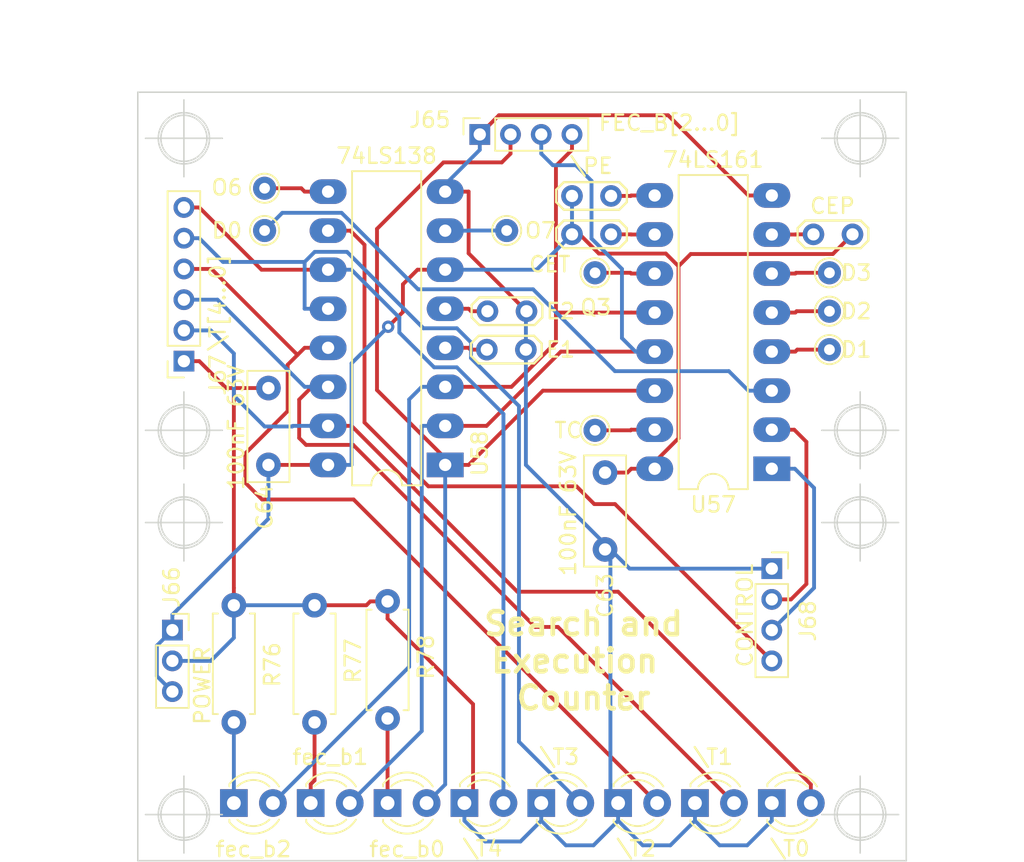
<source format=kicad_pcb>
(kicad_pcb (version 20171130) (host pcbnew 5.1.5+dfsg1-2build2)

  (general
    (thickness 1.6)
    (drawings 24)
    (tracks 247)
    (zones 0)
    (modules 32)
    (nets 30)
  )

  (page A4)
  (title_block
    (title "Search and Execution Counter")
    (date 2021-02-22)
    (rev 3)
    (comment 1 "Tec. Henrique Silva")
  )

  (layers
    (0 F.Cu signal)
    (31 B.Cu signal)
    (32 B.Adhes user)
    (33 F.Adhes user)
    (34 B.Paste user)
    (35 F.Paste user)
    (36 B.SilkS user)
    (37 F.SilkS user)
    (38 B.Mask user)
    (39 F.Mask user)
    (40 Dwgs.User user)
    (41 Cmts.User user)
    (42 Eco1.User user)
    (43 Eco2.User user)
    (44 Edge.Cuts user)
    (45 Margin user)
    (46 B.CrtYd user)
    (47 F.CrtYd user)
    (48 B.Fab user)
    (49 F.Fab user)
  )

  (setup
    (last_trace_width 0.25)
    (trace_clearance 0.2)
    (zone_clearance 0.508)
    (zone_45_only no)
    (trace_min 0.2)
    (via_size 0.8)
    (via_drill 0.4)
    (via_min_size 0.4)
    (via_min_drill 0.3)
    (uvia_size 0.3)
    (uvia_drill 0.1)
    (uvias_allowed no)
    (uvia_min_size 0.2)
    (uvia_min_drill 0.1)
    (edge_width 0.1)
    (segment_width 0.2)
    (pcb_text_width 0.3)
    (pcb_text_size 1.5 1.5)
    (mod_edge_width 0.15)
    (mod_text_size 1 1)
    (mod_text_width 0.15)
    (pad_size 1.524 1.524)
    (pad_drill 0.762)
    (pad_to_mask_clearance 0)
    (aux_axis_origin 0 0)
    (visible_elements FFFFFF7F)
    (pcbplotparams
      (layerselection 0x010fc_ffffffff)
      (usegerberextensions false)
      (usegerberattributes false)
      (usegerberadvancedattributes false)
      (creategerberjobfile false)
      (excludeedgelayer true)
      (linewidth 0.100000)
      (plotframeref false)
      (viasonmask false)
      (mode 1)
      (useauxorigin false)
      (hpglpennumber 1)
      (hpglpenspeed 20)
      (hpglpendiameter 15.000000)
      (psnegative false)
      (psa4output false)
      (plotreference true)
      (plotvalue true)
      (plotinvisibletext false)
      (padsonsilk false)
      (subtractmaskfromsilk false)
      (outputformat 1)
      (mirror false)
      (drillshape 1)
      (scaleselection 1)
      (outputdirectory ""))
  )

  (net 0 "")
  (net 1 GND)
  (net 2 +5V)
  (net 3 fec_b2)
  (net 4 "Net-(D60-Pad1)")
  (net 5 fec_b1)
  (net 6 "Net-(D61-Pad1)")
  (net 7 fec_b0)
  (net 8 "Net-(D62-Pad1)")
  (net 9 /\T4)
  (net 10 /\T3)
  (net 11 /\T2)
  (net 12 /\T1)
  (net 13 /\T0)
  (net 14 \cycle_end)
  (net 15 \CYCLE_RST)
  (net 16 \CLOCK)
  (net 17 "Net-(JP75-Pad2)")
  (net 18 "Net-(JP76-Pad2)")
  (net 19 "Net-(JP77-Pad2)")
  (net 20 "Net-(JP78-Pad2)")
  (net 21 "Net-(JP79-Pad2)")
  (net 22 "Net-(TP46-Pad1)")
  (net 23 "Net-(TP47-Pad1)")
  (net 24 "Net-(TP48-Pad1)")
  (net 25 "Net-(TP49-Pad1)")
  (net 26 "Net-(TP50-Pad1)")
  (net 27 "Net-(TP51-Pad1)")
  (net 28 "Net-(TP52-Pad1)")
  (net 29 "Net-(TP53-Pad1)")

  (net_class Default "This is the default net class."
    (clearance 0.2)
    (trace_width 0.25)
    (via_dia 0.8)
    (via_drill 0.4)
    (uvia_dia 0.3)
    (uvia_drill 0.1)
    (add_net +5V)
    (add_net /\T0)
    (add_net /\T1)
    (add_net /\T2)
    (add_net /\T3)
    (add_net /\T4)
    (add_net GND)
    (add_net "Net-(D60-Pad1)")
    (add_net "Net-(D61-Pad1)")
    (add_net "Net-(D62-Pad1)")
    (add_net "Net-(JP75-Pad2)")
    (add_net "Net-(JP76-Pad2)")
    (add_net "Net-(JP77-Pad2)")
    (add_net "Net-(JP78-Pad2)")
    (add_net "Net-(JP79-Pad2)")
    (add_net "Net-(TP46-Pad1)")
    (add_net "Net-(TP47-Pad1)")
    (add_net "Net-(TP48-Pad1)")
    (add_net "Net-(TP49-Pad1)")
    (add_net "Net-(TP50-Pad1)")
    (add_net "Net-(TP51-Pad1)")
    (add_net "Net-(TP52-Pad1)")
    (add_net "Net-(TP53-Pad1)")
    (add_net \CLOCK)
    (add_net \CYCLE_RST)
    (add_net \cycle_end)
    (add_net fec_b0)
    (add_net fec_b1)
    (add_net fec_b2)
  )

  (module Package_DIP:DIP-16_W7.62mm_LongPads (layer F.Cu) (tedit 5A02E8C5) (tstamp 600FB5ED)
    (at 135 97.25 180)
    (descr "16-lead though-hole mounted DIP package, row spacing 7.62 mm (300 mils), LongPads")
    (tags "THT DIP DIL PDIP 2.54mm 7.62mm 300mil LongPads")
    (path /60038D64)
    (fp_text reference U58 (at -2.25 0.75 270) (layer F.SilkS)
      (effects (font (size 1 1) (thickness 0.15)))
    )
    (fp_text value 74LS138 (at 3.81 20.11 180) (layer F.SilkS)
      (effects (font (size 1 1) (thickness 0.15)))
    )
    (fp_text user %R (at 3.81 8.89) (layer F.Fab)
      (effects (font (size 1 1) (thickness 0.15)))
    )
    (fp_line (start 9.1 -1.55) (end -1.45 -1.55) (layer F.CrtYd) (width 0.05))
    (fp_line (start 9.1 19.3) (end 9.1 -1.55) (layer F.CrtYd) (width 0.05))
    (fp_line (start -1.45 19.3) (end 9.1 19.3) (layer F.CrtYd) (width 0.05))
    (fp_line (start -1.45 -1.55) (end -1.45 19.3) (layer F.CrtYd) (width 0.05))
    (fp_line (start 6.06 -1.33) (end 4.81 -1.33) (layer F.SilkS) (width 0.12))
    (fp_line (start 6.06 19.11) (end 6.06 -1.33) (layer F.SilkS) (width 0.12))
    (fp_line (start 1.56 19.11) (end 6.06 19.11) (layer F.SilkS) (width 0.12))
    (fp_line (start 1.56 -1.33) (end 1.56 19.11) (layer F.SilkS) (width 0.12))
    (fp_line (start 2.81 -1.33) (end 1.56 -1.33) (layer F.SilkS) (width 0.12))
    (fp_line (start 0.635 -0.27) (end 1.635 -1.27) (layer F.Fab) (width 0.1))
    (fp_line (start 0.635 19.05) (end 0.635 -0.27) (layer F.Fab) (width 0.1))
    (fp_line (start 6.985 19.05) (end 0.635 19.05) (layer F.Fab) (width 0.1))
    (fp_line (start 6.985 -1.27) (end 6.985 19.05) (layer F.Fab) (width 0.1))
    (fp_line (start 1.635 -1.27) (end 6.985 -1.27) (layer F.Fab) (width 0.1))
    (fp_arc (start 3.81 -1.33) (end 2.81 -1.33) (angle -180) (layer F.SilkS) (width 0.12))
    (pad 16 thru_hole oval (at 7.62 0 180) (size 2.4 1.6) (drill 0.8) (layers *.Cu *.Mask)
      (net 2 +5V))
    (pad 8 thru_hole oval (at 0 17.78 180) (size 2.4 1.6) (drill 0.8) (layers *.Cu *.Mask)
      (net 1 GND))
    (pad 15 thru_hole oval (at 7.62 2.54 180) (size 2.4 1.6) (drill 0.8) (layers *.Cu *.Mask)
      (net 13 /\T0))
    (pad 7 thru_hole oval (at 0 15.24 180) (size 2.4 1.6) (drill 0.8) (layers *.Cu *.Mask)
      (net 29 "Net-(TP53-Pad1)"))
    (pad 14 thru_hole oval (at 7.62 5.08 180) (size 2.4 1.6) (drill 0.8) (layers *.Cu *.Mask)
      (net 12 /\T1))
    (pad 6 thru_hole oval (at 0 12.7 180) (size 2.4 1.6) (drill 0.8) (layers *.Cu *.Mask)
      (net 2 +5V))
    (pad 13 thru_hole oval (at 7.62 7.62 180) (size 2.4 1.6) (drill 0.8) (layers *.Cu *.Mask)
      (net 11 /\T2))
    (pad 5 thru_hole oval (at 0 10.16 180) (size 2.4 1.6) (drill 0.8) (layers *.Cu *.Mask)
      (net 20 "Net-(JP78-Pad2)"))
    (pad 12 thru_hole oval (at 7.62 10.16 180) (size 2.4 1.6) (drill 0.8) (layers *.Cu *.Mask)
      (net 10 /\T3))
    (pad 4 thru_hole oval (at 0 7.62 180) (size 2.4 1.6) (drill 0.8) (layers *.Cu *.Mask)
      (net 21 "Net-(JP79-Pad2)"))
    (pad 11 thru_hole oval (at 7.62 12.7 180) (size 2.4 1.6) (drill 0.8) (layers *.Cu *.Mask)
      (net 9 /\T4))
    (pad 3 thru_hole oval (at 0 5.08 180) (size 2.4 1.6) (drill 0.8) (layers *.Cu *.Mask)
      (net 3 fec_b2))
    (pad 10 thru_hole oval (at 7.62 15.24 180) (size 2.4 1.6) (drill 0.8) (layers *.Cu *.Mask)
      (net 14 \cycle_end))
    (pad 2 thru_hole oval (at 0 2.54 180) (size 2.4 1.6) (drill 0.8) (layers *.Cu *.Mask)
      (net 5 fec_b1))
    (pad 9 thru_hole oval (at 7.62 17.78 180) (size 2.4 1.6) (drill 0.8) (layers *.Cu *.Mask)
      (net 28 "Net-(TP52-Pad1)"))
    (pad 1 thru_hole rect (at 0 0 180) (size 2.4 1.6) (drill 0.8) (layers *.Cu *.Mask)
      (net 7 fec_b0))
    (model ${KISYS3DMOD}/Package_DIP.3dshapes/DIP-16_W7.62mm.wrl
      (at (xyz 0 0 0))
      (scale (xyz 1 1 1))
      (rotate (xyz 0 0 0))
    )
  )

  (module Package_DIP:DIP-16_W7.62mm_LongPads (layer F.Cu) (tedit 5A02E8C5) (tstamp 600F8873)
    (at 156.25 97.5 180)
    (descr "16-lead though-hole mounted DIP package, row spacing 7.62 mm (300 mils), LongPads")
    (tags "THT DIP DIL PDIP 2.54mm 7.62mm 300mil LongPads")
    (path /60038B0E)
    (fp_text reference U57 (at 3.81 -2.33) (layer F.SilkS)
      (effects (font (size 1 1) (thickness 0.15)))
    )
    (fp_text value 74LS161 (at 3.81 20.11) (layer F.SilkS)
      (effects (font (size 1 1) (thickness 0.15)))
    )
    (fp_text user %R (at 3.81 8.89) (layer F.Fab)
      (effects (font (size 1 1) (thickness 0.15)))
    )
    (fp_line (start 9.1 -1.55) (end -1.45 -1.55) (layer F.CrtYd) (width 0.05))
    (fp_line (start 9.1 19.3) (end 9.1 -1.55) (layer F.CrtYd) (width 0.05))
    (fp_line (start -1.45 19.3) (end 9.1 19.3) (layer F.CrtYd) (width 0.05))
    (fp_line (start -1.45 -1.55) (end -1.45 19.3) (layer F.CrtYd) (width 0.05))
    (fp_line (start 6.06 -1.33) (end 4.81 -1.33) (layer F.SilkS) (width 0.12))
    (fp_line (start 6.06 19.11) (end 6.06 -1.33) (layer F.SilkS) (width 0.12))
    (fp_line (start 1.56 19.11) (end 6.06 19.11) (layer F.SilkS) (width 0.12))
    (fp_line (start 1.56 -1.33) (end 1.56 19.11) (layer F.SilkS) (width 0.12))
    (fp_line (start 2.81 -1.33) (end 1.56 -1.33) (layer F.SilkS) (width 0.12))
    (fp_line (start 0.635 -0.27) (end 1.635 -1.27) (layer F.Fab) (width 0.1))
    (fp_line (start 0.635 19.05) (end 0.635 -0.27) (layer F.Fab) (width 0.1))
    (fp_line (start 6.985 19.05) (end 0.635 19.05) (layer F.Fab) (width 0.1))
    (fp_line (start 6.985 -1.27) (end 6.985 19.05) (layer F.Fab) (width 0.1))
    (fp_line (start 1.635 -1.27) (end 6.985 -1.27) (layer F.Fab) (width 0.1))
    (fp_arc (start 3.81 -1.33) (end 2.81 -1.33) (angle -180) (layer F.SilkS) (width 0.12))
    (pad 16 thru_hole oval (at 7.62 0 180) (size 2.4 1.6) (drill 0.8) (layers *.Cu *.Mask)
      (net 2 +5V))
    (pad 8 thru_hole oval (at 0 17.78 180) (size 2.4 1.6) (drill 0.8) (layers *.Cu *.Mask)
      (net 1 GND))
    (pad 15 thru_hole oval (at 7.62 2.54 180) (size 2.4 1.6) (drill 0.8) (layers *.Cu *.Mask)
      (net 27 "Net-(TP51-Pad1)"))
    (pad 7 thru_hole oval (at 0 15.24 180) (size 2.4 1.6) (drill 0.8) (layers *.Cu *.Mask)
      (net 17 "Net-(JP75-Pad2)"))
    (pad 14 thru_hole oval (at 7.62 5.08 180) (size 2.4 1.6) (drill 0.8) (layers *.Cu *.Mask)
      (net 7 fec_b0))
    (pad 6 thru_hole oval (at 0 12.7 180) (size 2.4 1.6) (drill 0.8) (layers *.Cu *.Mask)
      (net 25 "Net-(TP49-Pad1)"))
    (pad 13 thru_hole oval (at 7.62 7.62 180) (size 2.4 1.6) (drill 0.8) (layers *.Cu *.Mask)
      (net 5 fec_b1))
    (pad 5 thru_hole oval (at 0 10.16 180) (size 2.4 1.6) (drill 0.8) (layers *.Cu *.Mask)
      (net 24 "Net-(TP48-Pad1)"))
    (pad 12 thru_hole oval (at 7.62 10.16 180) (size 2.4 1.6) (drill 0.8) (layers *.Cu *.Mask)
      (net 3 fec_b2))
    (pad 4 thru_hole oval (at 0 7.62 180) (size 2.4 1.6) (drill 0.8) (layers *.Cu *.Mask)
      (net 23 "Net-(TP47-Pad1)"))
    (pad 11 thru_hole oval (at 7.62 12.7 180) (size 2.4 1.6) (drill 0.8) (layers *.Cu *.Mask)
      (net 26 "Net-(TP50-Pad1)"))
    (pad 3 thru_hole oval (at 0 5.08 180) (size 2.4 1.6) (drill 0.8) (layers *.Cu *.Mask)
      (net 22 "Net-(TP46-Pad1)"))
    (pad 10 thru_hole oval (at 7.62 15.24 180) (size 2.4 1.6) (drill 0.8) (layers *.Cu *.Mask)
      (net 19 "Net-(JP77-Pad2)"))
    (pad 2 thru_hole oval (at 0 2.54 180) (size 2.4 1.6) (drill 0.8) (layers *.Cu *.Mask)
      (net 16 \CLOCK))
    (pad 9 thru_hole oval (at 7.62 17.78 180) (size 2.4 1.6) (drill 0.8) (layers *.Cu *.Mask)
      (net 18 "Net-(JP76-Pad2)"))
    (pad 1 thru_hole rect (at 0 0 180) (size 2.4 1.6) (drill 0.8) (layers *.Cu *.Mask)
      (net 15 \CYCLE_RST))
    (model ${KISYS3DMOD}/Package_DIP.3dshapes/DIP-16_W7.62mm.wrl
      (at (xyz 0 0 0))
      (scale (xyz 1 1 1))
      (rotate (xyz 0 0 0))
    )
  )

  (module TestPoint:TestPoint_THTPad_D1.5mm_Drill0.7mm (layer F.Cu) (tedit 5A0F774F) (tstamp 600F884F)
    (at 139 82 90)
    (descr "THT pad as test Point, diameter 1.5mm, hole diameter 0.7mm")
    (tags "test point THT pad")
    (path /64A23198)
    (attr virtual)
    (fp_text reference TP53 (at -2 -0.2 180) (layer F.Fab)
      (effects (font (size 1 1) (thickness 0.15)))
    )
    (fp_text value O7 (at 0 2.2 180) (layer F.SilkS)
      (effects (font (size 1 1) (thickness 0.15)))
    )
    (fp_circle (center 0 0) (end 0 0.95) (layer F.SilkS) (width 0.12))
    (fp_circle (center 0 0) (end 1.25 0) (layer F.CrtYd) (width 0.05))
    (fp_text user %R (at -2 -0.2 180) (layer F.Fab)
      (effects (font (size 1 1) (thickness 0.15)))
    )
    (pad 1 thru_hole circle (at 0 0 90) (size 1.5 1.5) (drill 0.7) (layers *.Cu *.Mask)
      (net 29 "Net-(TP53-Pad1)"))
  )

  (module TestPoint:TestPoint_THTPad_D1.5mm_Drill0.7mm (layer F.Cu) (tedit 5A0F774F) (tstamp 600F8847)
    (at 123.25 79.25 270)
    (descr "THT pad as test Point, diameter 1.5mm, hole diameter 0.7mm")
    (tags "test point THT pad")
    (path /64A22AF9)
    (attr virtual)
    (fp_text reference TP52 (at -2.05 -0.15 180) (layer F.Fab)
      (effects (font (size 1 1) (thickness 0.15)))
    )
    (fp_text value O6 (at -0.05 2.45 180) (layer F.SilkS)
      (effects (font (size 1 1) (thickness 0.15)))
    )
    (fp_circle (center 0 0) (end 0 0.95) (layer F.SilkS) (width 0.12))
    (fp_circle (center 0 0) (end 1.25 0) (layer F.CrtYd) (width 0.05))
    (fp_text user %R (at -2.05 -0.15 180) (layer F.Fab)
      (effects (font (size 1 1) (thickness 0.15)))
    )
    (pad 1 thru_hole circle (at 0 0 270) (size 1.5 1.5) (drill 0.7) (layers *.Cu *.Mask)
      (net 28 "Net-(TP52-Pad1)"))
  )

  (module TestPoint:TestPoint_THTPad_D1.5mm_Drill0.7mm (layer F.Cu) (tedit 5A0F774F) (tstamp 600F883F)
    (at 144.75 95 270)
    (descr "THT pad as test Point, diameter 1.5mm, hole diameter 0.7mm")
    (tags "test point THT pad")
    (path /64A06BD4)
    (attr virtual)
    (fp_text reference TP51 (at -3.2 -0.05 90) (layer F.Fab)
      (effects (font (size 1 1) (thickness 0.15)))
    )
    (fp_text value TC (at 0 1.75 180) (layer F.SilkS)
      (effects (font (size 1 1) (thickness 0.15)))
    )
    (fp_circle (center 0 0) (end 0 0.95) (layer F.SilkS) (width 0.12))
    (fp_circle (center 0 0) (end 1.25 0) (layer F.CrtYd) (width 0.05))
    (fp_text user %R (at -3.2 -0.05 90) (layer F.Fab)
      (effects (font (size 1 1) (thickness 0.15)))
    )
    (pad 1 thru_hole circle (at 0 0 270) (size 1.5 1.5) (drill 0.7) (layers *.Cu *.Mask)
      (net 27 "Net-(TP51-Pad1)"))
  )

  (module TestPoint:TestPoint_THTPad_D1.5mm_Drill0.7mm (layer F.Cu) (tedit 5A0F774F) (tstamp 600F8837)
    (at 144.75 84.75 270)
    (descr "THT pad as test Point, diameter 1.5mm, hole diameter 0.7mm")
    (tags "test point THT pad")
    (path /649E96D7)
    (attr virtual)
    (fp_text reference TP50 (at 0.05 -7.25 180) (layer F.Fab)
      (effects (font (size 1 1) (thickness 0.15)))
    )
    (fp_text value Q3 (at 2.25 -0.05 180) (layer F.SilkS)
      (effects (font (size 1 1) (thickness 0.15)))
    )
    (fp_circle (center 0 0) (end 0 0.95) (layer F.SilkS) (width 0.12))
    (fp_circle (center 0 0) (end 1.25 0) (layer F.CrtYd) (width 0.05))
    (fp_text user %R (at 0.05 -7.25 180) (layer F.Fab)
      (effects (font (size 1 1) (thickness 0.15)))
    )
    (pad 1 thru_hole circle (at 0 0 270) (size 1.5 1.5) (drill 0.7) (layers *.Cu *.Mask)
      (net 26 "Net-(TP50-Pad1)"))
  )

  (module TestPoint:TestPoint_THTPad_D1.5mm_Drill0.7mm (layer F.Cu) (tedit 5A0F774F) (tstamp 600F882F)
    (at 160 84.75 90)
    (descr "THT pad as test Point, diameter 1.5mm, hole diameter 0.7mm")
    (tags "test point THT pad")
    (path /64A0AA8B)
    (attr virtual)
    (fp_text reference TP49 (at 1.55 4 90) (layer F.Fab)
      (effects (font (size 1 1) (thickness 0.15)))
    )
    (fp_text value D3 (at 0 1.75 180) (layer F.SilkS)
      (effects (font (size 1 1) (thickness 0.15)))
    )
    (fp_circle (center 0 0) (end 0 0.95) (layer F.SilkS) (width 0.12))
    (fp_circle (center 0 0) (end 1.25 0) (layer F.CrtYd) (width 0.05))
    (fp_text user %R (at 1.55 4 90) (layer F.Fab)
      (effects (font (size 1 1) (thickness 0.15)))
    )
    (pad 1 thru_hole circle (at 0 0 90) (size 1.5 1.5) (drill 0.7) (layers *.Cu *.Mask)
      (net 25 "Net-(TP49-Pad1)"))
  )

  (module TestPoint:TestPoint_THTPad_D1.5mm_Drill0.7mm (layer F.Cu) (tedit 5A0F774F) (tstamp 600F8827)
    (at 160 87.25 90)
    (descr "THT pad as test Point, diameter 1.5mm, hole diameter 0.7mm")
    (tags "test point THT pad")
    (path /64A0A8D5)
    (attr virtual)
    (fp_text reference TP48 (at 0 4 90) (layer F.Fab)
      (effects (font (size 1 1) (thickness 0.15)))
    )
    (fp_text value D2 (at 0 1.75 180) (layer F.SilkS)
      (effects (font (size 1 1) (thickness 0.15)))
    )
    (fp_circle (center 0 0) (end 0 0.95) (layer F.SilkS) (width 0.12))
    (fp_circle (center 0 0) (end 1.25 0) (layer F.CrtYd) (width 0.05))
    (fp_text user %R (at 0 4 90) (layer F.Fab)
      (effects (font (size 1 1) (thickness 0.15)))
    )
    (pad 1 thru_hole circle (at 0 0 90) (size 1.5 1.5) (drill 0.7) (layers *.Cu *.Mask)
      (net 24 "Net-(TP48-Pad1)"))
  )

  (module TestPoint:TestPoint_THTPad_D1.5mm_Drill0.7mm (layer F.Cu) (tedit 5A0F774F) (tstamp 600F881F)
    (at 160 89.75 90)
    (descr "THT pad as test Point, diameter 1.5mm, hole diameter 0.7mm")
    (tags "test point THT pad")
    (path /64A0A5E7)
    (attr virtual)
    (fp_text reference TP47 (at -1.45 4 90) (layer F.Fab)
      (effects (font (size 1 1) (thickness 0.15)))
    )
    (fp_text value D1 (at 0 1.75 180) (layer F.SilkS)
      (effects (font (size 1 1) (thickness 0.15)))
    )
    (fp_circle (center 0 0) (end 0 0.95) (layer F.SilkS) (width 0.12))
    (fp_circle (center 0 0) (end 1.25 0) (layer F.CrtYd) (width 0.05))
    (fp_text user %R (at -1.45 4 90) (layer F.Fab)
      (effects (font (size 1 1) (thickness 0.15)))
    )
    (pad 1 thru_hole circle (at 0 0 90) (size 1.5 1.5) (drill 0.7) (layers *.Cu *.Mask)
      (net 23 "Net-(TP47-Pad1)"))
  )

  (module TestPoint:TestPoint_THTPad_D1.5mm_Drill0.7mm (layer F.Cu) (tedit 5A0F774F) (tstamp 600F8817)
    (at 123.25 82 270)
    (descr "THT pad as test Point, diameter 1.5mm, hole diameter 0.7mm")
    (tags "test point THT pad")
    (path /64A09A58)
    (attr virtual)
    (fp_text reference TP46 (at 2 -0.15 180) (layer F.Fab)
      (effects (font (size 1 1) (thickness 0.15)))
    )
    (fp_text value D0 (at 0 2.45 180) (layer F.SilkS)
      (effects (font (size 1 1) (thickness 0.15)))
    )
    (fp_circle (center 0 0) (end 0 0.95) (layer F.SilkS) (width 0.12))
    (fp_circle (center 0 0) (end 1.25 0) (layer F.CrtYd) (width 0.05))
    (fp_text user %R (at 2 -0.15 180) (layer F.Fab)
      (effects (font (size 1 1) (thickness 0.15)))
    )
    (pad 1 thru_hole circle (at 0 0 270) (size 1.5 1.5) (drill 0.7) (layers *.Cu *.Mask)
      (net 22 "Net-(TP46-Pad1)"))
  )

  (module Resistor_THT:R_Axial_DIN0207_L6.3mm_D2.5mm_P7.62mm_Horizontal (layer F.Cu) (tedit 5AE5139B) (tstamp 600F880F)
    (at 131.25 113.75 90)
    (descr "Resistor, Axial_DIN0207 series, Axial, Horizontal, pin pitch=7.62mm, 0.25W = 1/4W, length*diameter=6.3*2.5mm^2, http://cdn-reichelt.de/documents/datenblatt/B400/1_4W%23YAG.pdf")
    (tags "Resistor Axial_DIN0207 series Axial Horizontal pin pitch 7.62mm 0.25W = 1/4W length 6.3mm diameter 2.5mm")
    (path /60086E4E)
    (fp_text reference R78 (at 4 2.5 90) (layer F.SilkS)
      (effects (font (size 1 1) (thickness 0.15)))
    )
    (fp_text value 330 (at 0.5 2.5 90) (layer F.Fab)
      (effects (font (size 1 1) (thickness 0.15)))
    )
    (fp_text user %R (at 3.81 0 90) (layer F.Fab)
      (effects (font (size 1 1) (thickness 0.15)))
    )
    (fp_line (start 8.67 -1.5) (end -1.05 -1.5) (layer F.CrtYd) (width 0.05))
    (fp_line (start 8.67 1.5) (end 8.67 -1.5) (layer F.CrtYd) (width 0.05))
    (fp_line (start -1.05 1.5) (end 8.67 1.5) (layer F.CrtYd) (width 0.05))
    (fp_line (start -1.05 -1.5) (end -1.05 1.5) (layer F.CrtYd) (width 0.05))
    (fp_line (start 7.08 1.37) (end 7.08 1.04) (layer F.SilkS) (width 0.12))
    (fp_line (start 0.54 1.37) (end 7.08 1.37) (layer F.SilkS) (width 0.12))
    (fp_line (start 0.54 1.04) (end 0.54 1.37) (layer F.SilkS) (width 0.12))
    (fp_line (start 7.08 -1.37) (end 7.08 -1.04) (layer F.SilkS) (width 0.12))
    (fp_line (start 0.54 -1.37) (end 7.08 -1.37) (layer F.SilkS) (width 0.12))
    (fp_line (start 0.54 -1.04) (end 0.54 -1.37) (layer F.SilkS) (width 0.12))
    (fp_line (start 7.62 0) (end 6.96 0) (layer F.Fab) (width 0.1))
    (fp_line (start 0 0) (end 0.66 0) (layer F.Fab) (width 0.1))
    (fp_line (start 6.96 -1.25) (end 0.66 -1.25) (layer F.Fab) (width 0.1))
    (fp_line (start 6.96 1.25) (end 6.96 -1.25) (layer F.Fab) (width 0.1))
    (fp_line (start 0.66 1.25) (end 6.96 1.25) (layer F.Fab) (width 0.1))
    (fp_line (start 0.66 -1.25) (end 0.66 1.25) (layer F.Fab) (width 0.1))
    (pad 2 thru_hole oval (at 7.62 0 90) (size 1.6 1.6) (drill 0.8) (layers *.Cu *.Mask)
      (net 1 GND))
    (pad 1 thru_hole circle (at 0 0 90) (size 1.6 1.6) (drill 0.8) (layers *.Cu *.Mask)
      (net 8 "Net-(D62-Pad1)"))
    (model ${KISYS3DMOD}/Resistor_THT.3dshapes/R_Axial_DIN0207_L6.3mm_D2.5mm_P7.62mm_Horizontal.wrl
      (at (xyz 0 0 0))
      (scale (xyz 1 1 1))
      (rotate (xyz 0 0 0))
    )
  )

  (module Resistor_THT:R_Axial_DIN0207_L6.3mm_D2.5mm_P7.62mm_Horizontal (layer F.Cu) (tedit 5AE5139B) (tstamp 600F87F8)
    (at 126.5 114 90)
    (descr "Resistor, Axial_DIN0207 series, Axial, Horizontal, pin pitch=7.62mm, 0.25W = 1/4W, length*diameter=6.3*2.5mm^2, http://cdn-reichelt.de/documents/datenblatt/B400/1_4W%23YAG.pdf")
    (tags "Resistor Axial_DIN0207 series Axial Horizontal pin pitch 7.62mm 0.25W = 1/4W length 6.3mm diameter 2.5mm")
    (path /60086C43)
    (fp_text reference R77 (at 4 2.5 90) (layer F.SilkS)
      (effects (font (size 1 1) (thickness 0.15)))
    )
    (fp_text value 330 (at 0.4 2.5 90) (layer F.Fab)
      (effects (font (size 1 1) (thickness 0.15)))
    )
    (fp_text user %R (at 3.81 0 90) (layer F.Fab)
      (effects (font (size 1 1) (thickness 0.15)))
    )
    (fp_line (start 8.67 -1.5) (end -1.05 -1.5) (layer F.CrtYd) (width 0.05))
    (fp_line (start 8.67 1.5) (end 8.67 -1.5) (layer F.CrtYd) (width 0.05))
    (fp_line (start -1.05 1.5) (end 8.67 1.5) (layer F.CrtYd) (width 0.05))
    (fp_line (start -1.05 -1.5) (end -1.05 1.5) (layer F.CrtYd) (width 0.05))
    (fp_line (start 7.08 1.37) (end 7.08 1.04) (layer F.SilkS) (width 0.12))
    (fp_line (start 0.54 1.37) (end 7.08 1.37) (layer F.SilkS) (width 0.12))
    (fp_line (start 0.54 1.04) (end 0.54 1.37) (layer F.SilkS) (width 0.12))
    (fp_line (start 7.08 -1.37) (end 7.08 -1.04) (layer F.SilkS) (width 0.12))
    (fp_line (start 0.54 -1.37) (end 7.08 -1.37) (layer F.SilkS) (width 0.12))
    (fp_line (start 0.54 -1.04) (end 0.54 -1.37) (layer F.SilkS) (width 0.12))
    (fp_line (start 7.62 0) (end 6.96 0) (layer F.Fab) (width 0.1))
    (fp_line (start 0 0) (end 0.66 0) (layer F.Fab) (width 0.1))
    (fp_line (start 6.96 -1.25) (end 0.66 -1.25) (layer F.Fab) (width 0.1))
    (fp_line (start 6.96 1.25) (end 6.96 -1.25) (layer F.Fab) (width 0.1))
    (fp_line (start 0.66 1.25) (end 6.96 1.25) (layer F.Fab) (width 0.1))
    (fp_line (start 0.66 -1.25) (end 0.66 1.25) (layer F.Fab) (width 0.1))
    (pad 2 thru_hole oval (at 7.62 0 90) (size 1.6 1.6) (drill 0.8) (layers *.Cu *.Mask)
      (net 1 GND))
    (pad 1 thru_hole circle (at 0 0 90) (size 1.6 1.6) (drill 0.8) (layers *.Cu *.Mask)
      (net 6 "Net-(D61-Pad1)"))
    (model ${KISYS3DMOD}/Resistor_THT.3dshapes/R_Axial_DIN0207_L6.3mm_D2.5mm_P7.62mm_Horizontal.wrl
      (at (xyz 0 0 0))
      (scale (xyz 1 1 1))
      (rotate (xyz 0 0 0))
    )
  )

  (module Resistor_THT:R_Axial_DIN0207_L6.3mm_D2.5mm_P7.62mm_Horizontal (layer F.Cu) (tedit 5AE5139B) (tstamp 600F87E1)
    (at 121.25 114 90)
    (descr "Resistor, Axial_DIN0207 series, Axial, Horizontal, pin pitch=7.62mm, 0.25W = 1/4W, length*diameter=6.3*2.5mm^2, http://cdn-reichelt.de/documents/datenblatt/B400/1_4W%23YAG.pdf")
    (tags "Resistor Axial_DIN0207 series Axial Horizontal pin pitch 7.62mm 0.25W = 1/4W length 6.3mm diameter 2.5mm")
    (path /60075C72)
    (fp_text reference R76 (at 3.75 2.5 90) (layer F.SilkS)
      (effects (font (size 1 1) (thickness 0.15)))
    )
    (fp_text value 330 (at 0.5 2.5 90) (layer F.Fab)
      (effects (font (size 1 1) (thickness 0.15)))
    )
    (fp_text user %R (at 3.81 0 90) (layer F.Fab)
      (effects (font (size 1 1) (thickness 0.15)))
    )
    (fp_line (start 8.67 -1.5) (end -1.05 -1.5) (layer F.CrtYd) (width 0.05))
    (fp_line (start 8.67 1.5) (end 8.67 -1.5) (layer F.CrtYd) (width 0.05))
    (fp_line (start -1.05 1.5) (end 8.67 1.5) (layer F.CrtYd) (width 0.05))
    (fp_line (start -1.05 -1.5) (end -1.05 1.5) (layer F.CrtYd) (width 0.05))
    (fp_line (start 7.08 1.37) (end 7.08 1.04) (layer F.SilkS) (width 0.12))
    (fp_line (start 0.54 1.37) (end 7.08 1.37) (layer F.SilkS) (width 0.12))
    (fp_line (start 0.54 1.04) (end 0.54 1.37) (layer F.SilkS) (width 0.12))
    (fp_line (start 7.08 -1.37) (end 7.08 -1.04) (layer F.SilkS) (width 0.12))
    (fp_line (start 0.54 -1.37) (end 7.08 -1.37) (layer F.SilkS) (width 0.12))
    (fp_line (start 0.54 -1.04) (end 0.54 -1.37) (layer F.SilkS) (width 0.12))
    (fp_line (start 7.62 0) (end 6.96 0) (layer F.Fab) (width 0.1))
    (fp_line (start 0 0) (end 0.66 0) (layer F.Fab) (width 0.1))
    (fp_line (start 6.96 -1.25) (end 0.66 -1.25) (layer F.Fab) (width 0.1))
    (fp_line (start 6.96 1.25) (end 6.96 -1.25) (layer F.Fab) (width 0.1))
    (fp_line (start 0.66 1.25) (end 6.96 1.25) (layer F.Fab) (width 0.1))
    (fp_line (start 0.66 -1.25) (end 0.66 1.25) (layer F.Fab) (width 0.1))
    (pad 2 thru_hole oval (at 7.62 0 90) (size 1.6 1.6) (drill 0.8) (layers *.Cu *.Mask)
      (net 1 GND))
    (pad 1 thru_hole circle (at 0 0 90) (size 1.6 1.6) (drill 0.8) (layers *.Cu *.Mask)
      (net 4 "Net-(D60-Pad1)"))
    (model ${KISYS3DMOD}/Resistor_THT.3dshapes/R_Axial_DIN0207_L6.3mm_D2.5mm_P7.62mm_Horizontal.wrl
      (at (xyz 0 0 0))
      (scale (xyz 1 1 1))
      (rotate (xyz 0 0 0))
    )
  )

  (module TestPoint:TestPoint_2Pads_Pitch2.54mm_Drill0.8mm (layer F.Cu) (tedit 5A0F774F) (tstamp 600F87CA)
    (at 140.25 89.75 180)
    (descr "Test point with 2 pins, pitch 2.54mm, drill diameter 0.8mm")
    (tags "CONN DEV")
    (path /64DF1DCF)
    (attr virtual)
    (fp_text reference JP79 (at 1.3 -2) (layer F.Fab)
      (effects (font (size 1 1) (thickness 0.15)))
    )
    (fp_text value E1 (at -2.25 0) (layer F.SilkS)
      (effects (font (size 1 1) (thickness 0.15)))
    )
    (fp_text user %R (at 1.3 -2) (layer F.Fab)
      (effects (font (size 1 1) (thickness 0.15)))
    )
    (fp_line (start -0.65 1.15) (end 3.15 1.15) (layer F.CrtYd) (width 0.05))
    (fp_line (start 3.15 1.15) (end 3.8 0.5) (layer F.CrtYd) (width 0.05))
    (fp_line (start 3.8 0.5) (end 3.8 -0.5) (layer F.CrtYd) (width 0.05))
    (fp_line (start 3.8 -0.5) (end 3.15 -1.15) (layer F.CrtYd) (width 0.05))
    (fp_line (start 3.15 -1.15) (end -0.65 -1.15) (layer F.CrtYd) (width 0.05))
    (fp_line (start -0.65 -1.15) (end -1.3 -0.5) (layer F.CrtYd) (width 0.05))
    (fp_line (start -1.3 -0.5) (end -1.3 0.5) (layer F.CrtYd) (width 0.05))
    (fp_line (start -1.3 0.5) (end -0.65 1.15) (layer F.CrtYd) (width 0.05))
    (fp_line (start -0.53 -0.9) (end 3.07 -0.9) (layer F.SilkS) (width 0.15))
    (fp_line (start 3.07 -0.9) (end 3.57 -0.4) (layer F.SilkS) (width 0.15))
    (fp_line (start 3.57 -0.4) (end 3.57 0.4) (layer F.SilkS) (width 0.15))
    (fp_line (start 3.57 0.4) (end 3.07 0.9) (layer F.SilkS) (width 0.15))
    (fp_line (start 3.07 0.9) (end -0.53 0.9) (layer F.SilkS) (width 0.15))
    (fp_line (start -0.53 0.9) (end -1.03 0.4) (layer F.SilkS) (width 0.15))
    (fp_line (start -1.03 0.4) (end -1.03 -0.4) (layer F.SilkS) (width 0.15))
    (fp_line (start -1.03 -0.4) (end -0.53 -0.9) (layer F.SilkS) (width 0.15))
    (pad 1 thru_hole circle (at 0 0 180) (size 1.4 1.4) (drill 0.8) (layers *.Cu *.Mask)
      (net 1 GND))
    (pad 2 thru_hole circle (at 2.54 0 180) (size 1.4 1.4) (drill 0.8) (layers *.Cu *.Mask)
      (net 21 "Net-(JP79-Pad2)"))
  )

  (module TestPoint:TestPoint_2Pads_Pitch2.54mm_Drill0.8mm (layer F.Cu) (tedit 5A0F774F) (tstamp 600F87B3)
    (at 140.29 87.25 180)
    (descr "Test point with 2 pins, pitch 2.54mm, drill diameter 0.8mm")
    (tags "CONN DEV")
    (path /64DF1DC9)
    (attr virtual)
    (fp_text reference JP78 (at 1.29 1.85 180) (layer F.Fab)
      (effects (font (size 1 1) (thickness 0.15)))
    )
    (fp_text value E2 (at -2.21 0) (layer F.SilkS)
      (effects (font (size 1 1) (thickness 0.15)))
    )
    (fp_line (start -1.03 -0.4) (end -0.53 -0.9) (layer F.SilkS) (width 0.15))
    (fp_line (start -1.03 0.4) (end -1.03 -0.4) (layer F.SilkS) (width 0.15))
    (fp_line (start -0.53 0.9) (end -1.03 0.4) (layer F.SilkS) (width 0.15))
    (fp_line (start 3.07 0.9) (end -0.53 0.9) (layer F.SilkS) (width 0.15))
    (fp_line (start 3.57 0.4) (end 3.07 0.9) (layer F.SilkS) (width 0.15))
    (fp_line (start 3.57 -0.4) (end 3.57 0.4) (layer F.SilkS) (width 0.15))
    (fp_line (start 3.07 -0.9) (end 3.57 -0.4) (layer F.SilkS) (width 0.15))
    (fp_line (start -0.53 -0.9) (end 3.07 -0.9) (layer F.SilkS) (width 0.15))
    (fp_line (start -1.3 0.5) (end -0.65 1.15) (layer F.CrtYd) (width 0.05))
    (fp_line (start -1.3 -0.5) (end -1.3 0.5) (layer F.CrtYd) (width 0.05))
    (fp_line (start -0.65 -1.15) (end -1.3 -0.5) (layer F.CrtYd) (width 0.05))
    (fp_line (start 3.15 -1.15) (end -0.65 -1.15) (layer F.CrtYd) (width 0.05))
    (fp_line (start 3.8 -0.5) (end 3.15 -1.15) (layer F.CrtYd) (width 0.05))
    (fp_line (start 3.8 0.5) (end 3.8 -0.5) (layer F.CrtYd) (width 0.05))
    (fp_line (start 3.15 1.15) (end 3.8 0.5) (layer F.CrtYd) (width 0.05))
    (fp_line (start -0.65 1.15) (end 3.15 1.15) (layer F.CrtYd) (width 0.05))
    (fp_text user %R (at 1.29 1.85) (layer F.Fab)
      (effects (font (size 1 1) (thickness 0.15)))
    )
    (pad 2 thru_hole circle (at 2.54 0 180) (size 1.4 1.4) (drill 0.8) (layers *.Cu *.Mask)
      (net 20 "Net-(JP78-Pad2)"))
    (pad 1 thru_hole circle (at 0 0 180) (size 1.4 1.4) (drill 0.8) (layers *.Cu *.Mask)
      (net 1 GND))
  )

  (module TestPoint:TestPoint_2Pads_Pitch2.54mm_Drill0.8mm (layer F.Cu) (tedit 5A0F774F) (tstamp 600F879C)
    (at 143.25 82.25)
    (descr "Test point with 2 pins, pitch 2.54mm, drill diameter 0.8mm")
    (tags "CONN DEV")
    (path /64DE3C22)
    (attr virtual)
    (fp_text reference JP77 (at 8.75 0.15) (layer F.Fab)
      (effects (font (size 1 1) (thickness 0.15)))
    )
    (fp_text value CET (at -1.45 1.95) (layer F.SilkS)
      (effects (font (size 1 1) (thickness 0.15)))
    )
    (fp_line (start -1.03 -0.4) (end -0.53 -0.9) (layer F.SilkS) (width 0.15))
    (fp_line (start -1.03 0.4) (end -1.03 -0.4) (layer F.SilkS) (width 0.15))
    (fp_line (start -0.53 0.9) (end -1.03 0.4) (layer F.SilkS) (width 0.15))
    (fp_line (start 3.07 0.9) (end -0.53 0.9) (layer F.SilkS) (width 0.15))
    (fp_line (start 3.57 0.4) (end 3.07 0.9) (layer F.SilkS) (width 0.15))
    (fp_line (start 3.57 -0.4) (end 3.57 0.4) (layer F.SilkS) (width 0.15))
    (fp_line (start 3.07 -0.9) (end 3.57 -0.4) (layer F.SilkS) (width 0.15))
    (fp_line (start -0.53 -0.9) (end 3.07 -0.9) (layer F.SilkS) (width 0.15))
    (fp_line (start -1.3 0.5) (end -0.65 1.15) (layer F.CrtYd) (width 0.05))
    (fp_line (start -1.3 -0.5) (end -1.3 0.5) (layer F.CrtYd) (width 0.05))
    (fp_line (start -0.65 -1.15) (end -1.3 -0.5) (layer F.CrtYd) (width 0.05))
    (fp_line (start 3.15 -1.15) (end -0.65 -1.15) (layer F.CrtYd) (width 0.05))
    (fp_line (start 3.8 -0.5) (end 3.15 -1.15) (layer F.CrtYd) (width 0.05))
    (fp_line (start 3.8 0.5) (end 3.8 -0.5) (layer F.CrtYd) (width 0.05))
    (fp_line (start 3.15 1.15) (end 3.8 0.5) (layer F.CrtYd) (width 0.05))
    (fp_line (start -0.65 1.15) (end 3.15 1.15) (layer F.CrtYd) (width 0.05))
    (fp_text user %R (at 8.75 0.15) (layer F.Fab)
      (effects (font (size 1 1) (thickness 0.15)))
    )
    (pad 2 thru_hole circle (at 2.54 0) (size 1.4 1.4) (drill 0.8) (layers *.Cu *.Mask)
      (net 19 "Net-(JP77-Pad2)"))
    (pad 1 thru_hole circle (at 0 0) (size 1.4 1.4) (drill 0.8) (layers *.Cu *.Mask)
      (net 2 +5V))
  )

  (module TestPoint:TestPoint_2Pads_Pitch2.54mm_Drill0.8mm (layer F.Cu) (tedit 5A0F774F) (tstamp 600F8785)
    (at 143.25 79.75)
    (descr "Test point with 2 pins, pitch 2.54mm, drill diameter 0.8mm")
    (tags "CONN DEV")
    (path /64DE0EDB)
    (attr virtual)
    (fp_text reference JP76 (at -3.45 -0.15) (layer F.Fab)
      (effects (font (size 1 1) (thickness 0.15)))
    )
    (fp_text value \PE (at 1.35 -1.95) (layer F.SilkS)
      (effects (font (size 1 1) (thickness 0.15)))
    )
    (fp_line (start -1.03 -0.4) (end -0.53 -0.9) (layer F.SilkS) (width 0.15))
    (fp_line (start -1.03 0.4) (end -1.03 -0.4) (layer F.SilkS) (width 0.15))
    (fp_line (start -0.53 0.9) (end -1.03 0.4) (layer F.SilkS) (width 0.15))
    (fp_line (start 3.07 0.9) (end -0.53 0.9) (layer F.SilkS) (width 0.15))
    (fp_line (start 3.57 0.4) (end 3.07 0.9) (layer F.SilkS) (width 0.15))
    (fp_line (start 3.57 -0.4) (end 3.57 0.4) (layer F.SilkS) (width 0.15))
    (fp_line (start 3.07 -0.9) (end 3.57 -0.4) (layer F.SilkS) (width 0.15))
    (fp_line (start -0.53 -0.9) (end 3.07 -0.9) (layer F.SilkS) (width 0.15))
    (fp_line (start -1.3 0.5) (end -0.65 1.15) (layer F.CrtYd) (width 0.05))
    (fp_line (start -1.3 -0.5) (end -1.3 0.5) (layer F.CrtYd) (width 0.05))
    (fp_line (start -0.65 -1.15) (end -1.3 -0.5) (layer F.CrtYd) (width 0.05))
    (fp_line (start 3.15 -1.15) (end -0.65 -1.15) (layer F.CrtYd) (width 0.05))
    (fp_line (start 3.8 -0.5) (end 3.15 -1.15) (layer F.CrtYd) (width 0.05))
    (fp_line (start 3.8 0.5) (end 3.8 -0.5) (layer F.CrtYd) (width 0.05))
    (fp_line (start 3.15 1.15) (end 3.8 0.5) (layer F.CrtYd) (width 0.05))
    (fp_line (start -0.65 1.15) (end 3.15 1.15) (layer F.CrtYd) (width 0.05))
    (fp_text user %R (at -3.45 -0.15) (layer F.Fab)
      (effects (font (size 1 1) (thickness 0.15)))
    )
    (pad 2 thru_hole circle (at 2.54 0) (size 1.4 1.4) (drill 0.8) (layers *.Cu *.Mask)
      (net 18 "Net-(JP76-Pad2)"))
    (pad 1 thru_hole circle (at 0 0) (size 1.4 1.4) (drill 0.8) (layers *.Cu *.Mask)
      (net 2 +5V))
  )

  (module TestPoint:TestPoint_2Pads_Pitch2.54mm_Drill0.8mm (layer F.Cu) (tedit 5A0F774F) (tstamp 600F876E)
    (at 161.5 82.25 180)
    (descr "Test point with 2 pins, pitch 2.54mm, drill diameter 0.8mm")
    (tags "CONN DEV")
    (path /64DE0EE1)
    (attr virtual)
    (fp_text reference JP75 (at 1.3 3.25) (layer F.Fab)
      (effects (font (size 1 1) (thickness 0.15)))
    )
    (fp_text value CEP (at 1.3 1.85) (layer F.SilkS)
      (effects (font (size 1 1) (thickness 0.15)))
    )
    (fp_line (start -1.03 -0.4) (end -0.53 -0.9) (layer F.SilkS) (width 0.15))
    (fp_line (start -1.03 0.4) (end -1.03 -0.4) (layer F.SilkS) (width 0.15))
    (fp_line (start -0.53 0.9) (end -1.03 0.4) (layer F.SilkS) (width 0.15))
    (fp_line (start 3.07 0.9) (end -0.53 0.9) (layer F.SilkS) (width 0.15))
    (fp_line (start 3.57 0.4) (end 3.07 0.9) (layer F.SilkS) (width 0.15))
    (fp_line (start 3.57 -0.4) (end 3.57 0.4) (layer F.SilkS) (width 0.15))
    (fp_line (start 3.07 -0.9) (end 3.57 -0.4) (layer F.SilkS) (width 0.15))
    (fp_line (start -0.53 -0.9) (end 3.07 -0.9) (layer F.SilkS) (width 0.15))
    (fp_line (start -1.3 0.5) (end -0.65 1.15) (layer F.CrtYd) (width 0.05))
    (fp_line (start -1.3 -0.5) (end -1.3 0.5) (layer F.CrtYd) (width 0.05))
    (fp_line (start -0.65 -1.15) (end -1.3 -0.5) (layer F.CrtYd) (width 0.05))
    (fp_line (start 3.15 -1.15) (end -0.65 -1.15) (layer F.CrtYd) (width 0.05))
    (fp_line (start 3.8 -0.5) (end 3.15 -1.15) (layer F.CrtYd) (width 0.05))
    (fp_line (start 3.8 0.5) (end 3.8 -0.5) (layer F.CrtYd) (width 0.05))
    (fp_line (start 3.15 1.15) (end 3.8 0.5) (layer F.CrtYd) (width 0.05))
    (fp_line (start -0.65 1.15) (end 3.15 1.15) (layer F.CrtYd) (width 0.05))
    (fp_text user %R (at 1.3 3.25) (layer F.Fab)
      (effects (font (size 1 1) (thickness 0.15)))
    )
    (pad 2 thru_hole circle (at 2.54 0 180) (size 1.4 1.4) (drill 0.8) (layers *.Cu *.Mask)
      (net 17 "Net-(JP75-Pad2)"))
    (pad 1 thru_hole circle (at 0 0 180) (size 1.4 1.4) (drill 0.8) (layers *.Cu *.Mask)
      (net 2 +5V))
  )

  (module Connector_PinSocket_2.00mm:PinSocket_1x04_P2.00mm_Vertical (layer F.Cu) (tedit 5A19A425) (tstamp 600FA27A)
    (at 156.25 104)
    (descr "Through hole straight socket strip, 1x04, 2.00mm pitch, single row (from Kicad 4.0.7), script generated")
    (tags "Through hole socket strip THT 1x04 2.00mm single row")
    (path /632EB82E)
    (fp_text reference J68 (at 2.35 3.4 90) (layer F.SilkS)
      (effects (font (size 1 1) (thickness 0.15)))
    )
    (fp_text value CONTROL (at -1.75 3.05 90) (layer F.SilkS)
      (effects (font (size 1 1) (thickness 0.15)))
    )
    (fp_text user %R (at 0 3 90) (layer F.Fab)
      (effects (font (size 1 1) (thickness 0.15)))
    )
    (fp_line (start -1.5 7.5) (end -1.5 -1.5) (layer F.CrtYd) (width 0.05))
    (fp_line (start 1.5 7.5) (end -1.5 7.5) (layer F.CrtYd) (width 0.05))
    (fp_line (start 1.5 -1.5) (end 1.5 7.5) (layer F.CrtYd) (width 0.05))
    (fp_line (start -1.5 -1.5) (end 1.5 -1.5) (layer F.CrtYd) (width 0.05))
    (fp_line (start 0 -1.06) (end 1.06 -1.06) (layer F.SilkS) (width 0.12))
    (fp_line (start 1.06 -1.06) (end 1.06 0) (layer F.SilkS) (width 0.12))
    (fp_line (start 1.06 1) (end 1.06 7.06) (layer F.SilkS) (width 0.12))
    (fp_line (start -1.06 7.06) (end 1.06 7.06) (layer F.SilkS) (width 0.12))
    (fp_line (start -1.06 1) (end -1.06 7.06) (layer F.SilkS) (width 0.12))
    (fp_line (start -1.06 1) (end 1.06 1) (layer F.SilkS) (width 0.12))
    (fp_line (start -1 7) (end -1 -1) (layer F.Fab) (width 0.1))
    (fp_line (start 1 7) (end -1 7) (layer F.Fab) (width 0.1))
    (fp_line (start 1 -0.5) (end 1 7) (layer F.Fab) (width 0.1))
    (fp_line (start 0.5 -1) (end 1 -0.5) (layer F.Fab) (width 0.1))
    (fp_line (start -1 -1) (end 0.5 -1) (layer F.Fab) (width 0.1))
    (pad 4 thru_hole oval (at 0 6) (size 1.35 1.35) (drill 0.8) (layers *.Cu *.Mask)
      (net 14 \cycle_end))
    (pad 3 thru_hole oval (at 0 4) (size 1.35 1.35) (drill 0.8) (layers *.Cu *.Mask)
      (net 15 \CYCLE_RST))
    (pad 2 thru_hole oval (at 0 2) (size 1.35 1.35) (drill 0.8) (layers *.Cu *.Mask)
      (net 16 \CLOCK))
    (pad 1 thru_hole rect (at 0 0) (size 1.35 1.35) (drill 0.8) (layers *.Cu *.Mask)
      (net 1 GND))
    (model ${KISYS3DMOD}/Connector_PinSocket_2.00mm.3dshapes/PinSocket_1x04_P2.00mm_Vertical.wrl
      (at (xyz 0 0 0))
      (scale (xyz 1 1 1))
      (rotate (xyz 0 0 0))
    )
  )

  (module Connector_PinSocket_2.00mm:PinSocket_1x06_P2.00mm_Vertical (layer F.Cu) (tedit 5A19A421) (tstamp 600F873F)
    (at 118 90.5 180)
    (descr "Through hole straight socket strip, 1x06, 2.00mm pitch, single row (from Kicad 4.0.7), script generated")
    (tags "Through hole socket strip THT 1x06 2.00mm single row")
    (path /634176BC)
    (fp_text reference J67 (at -2.2 -0.9 90) (layer F.SilkS)
      (effects (font (size 1 1) (thickness 0.15)))
    )
    (fp_text value \T[4...0] (at -2.2 3.9 270) (layer F.SilkS)
      (effects (font (size 1 1) (thickness 0.15)))
    )
    (fp_text user %R (at 0 5 90) (layer F.Fab)
      (effects (font (size 1 1) (thickness 0.15)))
    )
    (fp_line (start -1.5 11.5) (end -1.5 -1.5) (layer F.CrtYd) (width 0.05))
    (fp_line (start 1.5 11.5) (end -1.5 11.5) (layer F.CrtYd) (width 0.05))
    (fp_line (start 1.5 -1.5) (end 1.5 11.5) (layer F.CrtYd) (width 0.05))
    (fp_line (start -1.5 -1.5) (end 1.5 -1.5) (layer F.CrtYd) (width 0.05))
    (fp_line (start 0 -1.06) (end 1.06 -1.06) (layer F.SilkS) (width 0.12))
    (fp_line (start 1.06 -1.06) (end 1.06 0) (layer F.SilkS) (width 0.12))
    (fp_line (start 1.06 1) (end 1.06 11.06) (layer F.SilkS) (width 0.12))
    (fp_line (start -1.06 11.06) (end 1.06 11.06) (layer F.SilkS) (width 0.12))
    (fp_line (start -1.06 1) (end -1.06 11.06) (layer F.SilkS) (width 0.12))
    (fp_line (start -1.06 1) (end 1.06 1) (layer F.SilkS) (width 0.12))
    (fp_line (start -1 11) (end -1 -1) (layer F.Fab) (width 0.1))
    (fp_line (start 1 11) (end -1 11) (layer F.Fab) (width 0.1))
    (fp_line (start 1 -0.5) (end 1 11) (layer F.Fab) (width 0.1))
    (fp_line (start 0.5 -1) (end 1 -0.5) (layer F.Fab) (width 0.1))
    (fp_line (start -1 -1) (end 0.5 -1) (layer F.Fab) (width 0.1))
    (pad 6 thru_hole oval (at 0 10 180) (size 1.35 1.35) (drill 0.8) (layers *.Cu *.Mask)
      (net 9 /\T4))
    (pad 5 thru_hole oval (at 0 8 180) (size 1.35 1.35) (drill 0.8) (layers *.Cu *.Mask)
      (net 10 /\T3))
    (pad 4 thru_hole oval (at 0 6 180) (size 1.35 1.35) (drill 0.8) (layers *.Cu *.Mask)
      (net 11 /\T2))
    (pad 3 thru_hole oval (at 0 4 180) (size 1.35 1.35) (drill 0.8) (layers *.Cu *.Mask)
      (net 12 /\T1))
    (pad 2 thru_hole oval (at 0 2 180) (size 1.35 1.35) (drill 0.8) (layers *.Cu *.Mask)
      (net 13 /\T0))
    (pad 1 thru_hole rect (at 0 0 180) (size 1.35 1.35) (drill 0.8) (layers *.Cu *.Mask)
      (net 1 GND))
    (model ${KISYS3DMOD}/Connector_PinSocket_2.00mm.3dshapes/PinSocket_1x06_P2.00mm_Vertical.wrl
      (at (xyz 0 0 0))
      (scale (xyz 1 1 1))
      (rotate (xyz 0 0 0))
    )
  )

  (module Connector_PinSocket_2.00mm:PinSocket_1x03_P2.00mm_Vertical (layer F.Cu) (tedit 5A19A42B) (tstamp 600FB07A)
    (at 117.25 108)
    (descr "Through hole straight socket strip, 1x03, 2.00mm pitch, single row (from Kicad 4.0.7), script generated")
    (tags "Through hole socket strip THT 1x03 2.00mm single row")
    (path /632EB848)
    (fp_text reference J66 (at -0.05 -2.8 90) (layer F.SilkS)
      (effects (font (size 1 1) (thickness 0.15)))
    )
    (fp_text value POWER (at 1.95 3.6 90) (layer F.SilkS)
      (effects (font (size 1 1) (thickness 0.15)))
    )
    (fp_text user %R (at 0 2 90) (layer F.Fab)
      (effects (font (size 1 1) (thickness 0.15)))
    )
    (fp_line (start -1.5 5.5) (end -1.5 -1.5) (layer F.CrtYd) (width 0.05))
    (fp_line (start 1.5 5.5) (end -1.5 5.5) (layer F.CrtYd) (width 0.05))
    (fp_line (start 1.5 -1.5) (end 1.5 5.5) (layer F.CrtYd) (width 0.05))
    (fp_line (start -1.5 -1.5) (end 1.5 -1.5) (layer F.CrtYd) (width 0.05))
    (fp_line (start 0 -1.06) (end 1.06 -1.06) (layer F.SilkS) (width 0.12))
    (fp_line (start 1.06 -1.06) (end 1.06 0) (layer F.SilkS) (width 0.12))
    (fp_line (start 1.06 1) (end 1.06 5.06) (layer F.SilkS) (width 0.12))
    (fp_line (start -1.06 5.06) (end 1.06 5.06) (layer F.SilkS) (width 0.12))
    (fp_line (start -1.06 1) (end -1.06 5.06) (layer F.SilkS) (width 0.12))
    (fp_line (start -1.06 1) (end 1.06 1) (layer F.SilkS) (width 0.12))
    (fp_line (start -1 5) (end -1 -1) (layer F.Fab) (width 0.1))
    (fp_line (start 1 5) (end -1 5) (layer F.Fab) (width 0.1))
    (fp_line (start 1 -0.5) (end 1 5) (layer F.Fab) (width 0.1))
    (fp_line (start 0.5 -1) (end 1 -0.5) (layer F.Fab) (width 0.1))
    (fp_line (start -1 -1) (end 0.5 -1) (layer F.Fab) (width 0.1))
    (pad 3 thru_hole oval (at 0 4) (size 1.35 1.35) (drill 0.8) (layers *.Cu *.Mask)
      (net 2 +5V))
    (pad 2 thru_hole oval (at 0 2) (size 1.35 1.35) (drill 0.8) (layers *.Cu *.Mask)
      (net 1 GND))
    (pad 1 thru_hole rect (at 0 0) (size 1.35 1.35) (drill 0.8) (layers *.Cu *.Mask)
      (net 2 +5V))
    (model ${KISYS3DMOD}/Connector_PinSocket_2.00mm.3dshapes/PinSocket_1x03_P2.00mm_Vertical.wrl
      (at (xyz 0 0 0))
      (scale (xyz 1 1 1))
      (rotate (xyz 0 0 0))
    )
  )

  (module Connector_PinSocket_2.00mm:PinSocket_1x04_P2.00mm_Vertical (layer F.Cu) (tedit 5A19A425) (tstamp 600F870E)
    (at 137.25 75.75 90)
    (descr "Through hole straight socket strip, 1x04, 2.00mm pitch, single row (from Kicad 4.0.7), script generated")
    (tags "Through hole socket strip THT 1x04 2.00mm single row")
    (path /63333D66)
    (fp_text reference J65 (at 0.95 -3.25) (layer F.SilkS)
      (effects (font (size 1 1) (thickness 0.15)))
    )
    (fp_text value FEC_B[2...0] (at 0.75 12.35) (layer F.SilkS)
      (effects (font (size 1 1) (thickness 0.15)))
    )
    (fp_text user %R (at 0.95 -3.25) (layer F.Fab)
      (effects (font (size 1 1) (thickness 0.15)))
    )
    (fp_line (start -1.5 7.5) (end -1.5 -1.5) (layer F.CrtYd) (width 0.05))
    (fp_line (start 1.5 7.5) (end -1.5 7.5) (layer F.CrtYd) (width 0.05))
    (fp_line (start 1.5 -1.5) (end 1.5 7.5) (layer F.CrtYd) (width 0.05))
    (fp_line (start -1.5 -1.5) (end 1.5 -1.5) (layer F.CrtYd) (width 0.05))
    (fp_line (start 0 -1.06) (end 1.06 -1.06) (layer F.SilkS) (width 0.12))
    (fp_line (start 1.06 -1.06) (end 1.06 0) (layer F.SilkS) (width 0.12))
    (fp_line (start 1.06 1) (end 1.06 7.06) (layer F.SilkS) (width 0.12))
    (fp_line (start -1.06 7.06) (end 1.06 7.06) (layer F.SilkS) (width 0.12))
    (fp_line (start -1.06 1) (end -1.06 7.06) (layer F.SilkS) (width 0.12))
    (fp_line (start -1.06 1) (end 1.06 1) (layer F.SilkS) (width 0.12))
    (fp_line (start -1 7) (end -1 -1) (layer F.Fab) (width 0.1))
    (fp_line (start 1 7) (end -1 7) (layer F.Fab) (width 0.1))
    (fp_line (start 1 -0.5) (end 1 7) (layer F.Fab) (width 0.1))
    (fp_line (start 0.5 -1) (end 1 -0.5) (layer F.Fab) (width 0.1))
    (fp_line (start -1 -1) (end 0.5 -1) (layer F.Fab) (width 0.1))
    (pad 4 thru_hole oval (at 0 6 90) (size 1.35 1.35) (drill 0.8) (layers *.Cu *.Mask)
      (net 3 fec_b2))
    (pad 3 thru_hole oval (at 0 4 90) (size 1.35 1.35) (drill 0.8) (layers *.Cu *.Mask)
      (net 5 fec_b1))
    (pad 2 thru_hole oval (at 0 2 90) (size 1.35 1.35) (drill 0.8) (layers *.Cu *.Mask)
      (net 7 fec_b0))
    (pad 1 thru_hole rect (at 0 0 90) (size 1.35 1.35) (drill 0.8) (layers *.Cu *.Mask)
      (net 1 GND))
    (model ${KISYS3DMOD}/Connector_PinSocket_2.00mm.3dshapes/PinSocket_1x04_P2.00mm_Vertical.wrl
      (at (xyz 0 0 0))
      (scale (xyz 1 1 1))
      (rotate (xyz 0 0 0))
    )
  )

  (module LED_THT:LED_D3.0mm_Clear (layer F.Cu) (tedit 5A6C9BC0) (tstamp 600F9E9E)
    (at 156.25 119.25)
    (descr "IR-LED, diameter 3.0mm, 2 pins, color: clear")
    (tags "IR infrared LED diameter 3.0mm 2 pins clear")
    (path /600C71B6)
    (fp_text reference D67 (at 1.27 -2.96) (layer F.Fab)
      (effects (font (size 1 1) (thickness 0.15)))
    )
    (fp_text value \T0 (at 1.27 2.96) (layer F.SilkS)
      (effects (font (size 1 1) (thickness 0.15)))
    )
    (fp_arc (start 1.27 0) (end 0.229039 1.08) (angle -87.9) (layer F.SilkS) (width 0.12))
    (fp_arc (start 1.27 0) (end 0.229039 -1.08) (angle 87.9) (layer F.SilkS) (width 0.12))
    (fp_arc (start 1.27 0) (end -0.29 1.235516) (angle -108.8) (layer F.SilkS) (width 0.12))
    (fp_arc (start 1.27 0) (end -0.29 -1.235516) (angle 108.8) (layer F.SilkS) (width 0.12))
    (fp_arc (start 1.27 0) (end -0.23 -1.16619) (angle 284.3) (layer F.Fab) (width 0.1))
    (fp_circle (center 1.27 0) (end 2.77 0) (layer F.Fab) (width 0.1))
    (fp_line (start 3.7 -2.25) (end -1.15 -2.25) (layer F.CrtYd) (width 0.05))
    (fp_line (start 3.7 2.25) (end 3.7 -2.25) (layer F.CrtYd) (width 0.05))
    (fp_line (start -1.15 2.25) (end 3.7 2.25) (layer F.CrtYd) (width 0.05))
    (fp_line (start -1.15 -2.25) (end -1.15 2.25) (layer F.CrtYd) (width 0.05))
    (fp_line (start -0.29 1.08) (end -0.29 1.236) (layer F.SilkS) (width 0.12))
    (fp_line (start -0.29 -1.236) (end -0.29 -1.08) (layer F.SilkS) (width 0.12))
    (fp_line (start -0.23 -1.16619) (end -0.23 1.16619) (layer F.Fab) (width 0.1))
    (fp_text user %R (at 1.47 0) (layer F.Fab)
      (effects (font (size 0.8 0.8) (thickness 0.12)))
    )
    (pad 2 thru_hole circle (at 2.54 0) (size 1.8 1.8) (drill 0.9) (layers *.Cu *.Mask)
      (net 13 /\T0))
    (pad 1 thru_hole rect (at 0 0) (size 1.8 1.8) (drill 0.9) (layers *.Cu *.Mask)
      (net 1 GND))
    (model ${KISYS3DMOD}/LED_THT.3dshapes/LED_D3.0mm_Clear.wrl
      (at (xyz 0 0 0))
      (scale (xyz 1 1 1))
      (rotate (xyz 0 0 0))
    )
  )

  (module LED_THT:LED_D3.0mm_Clear (layer F.Cu) (tedit 5A6C9BC0) (tstamp 600F9F82)
    (at 151.25 119.25)
    (descr "IR-LED, diameter 3.0mm, 2 pins, color: clear")
    (tags "IR infrared LED diameter 3.0mm 2 pins clear")
    (path /600C3ECA)
    (fp_text reference D66 (at 1.27 3) (layer F.Fab)
      (effects (font (size 1 1) (thickness 0.15)))
    )
    (fp_text value \T1 (at 1.27 -3) (layer F.SilkS)
      (effects (font (size 1 1) (thickness 0.15)))
    )
    (fp_arc (start 1.27 0) (end 0.229039 1.08) (angle -87.9) (layer F.SilkS) (width 0.12))
    (fp_arc (start 1.27 0) (end 0.229039 -1.08) (angle 87.9) (layer F.SilkS) (width 0.12))
    (fp_arc (start 1.27 0) (end -0.29 1.235516) (angle -108.8) (layer F.SilkS) (width 0.12))
    (fp_arc (start 1.27 0) (end -0.29 -1.235516) (angle 108.8) (layer F.SilkS) (width 0.12))
    (fp_arc (start 1.27 0) (end -0.23 -1.16619) (angle 284.3) (layer F.Fab) (width 0.1))
    (fp_circle (center 1.27 0) (end 2.77 0) (layer F.Fab) (width 0.1))
    (fp_line (start 3.7 -2.25) (end -1.15 -2.25) (layer F.CrtYd) (width 0.05))
    (fp_line (start 3.7 2.25) (end 3.7 -2.25) (layer F.CrtYd) (width 0.05))
    (fp_line (start -1.15 2.25) (end 3.7 2.25) (layer F.CrtYd) (width 0.05))
    (fp_line (start -1.15 -2.25) (end -1.15 2.25) (layer F.CrtYd) (width 0.05))
    (fp_line (start -0.29 1.08) (end -0.29 1.236) (layer F.SilkS) (width 0.12))
    (fp_line (start -0.29 -1.236) (end -0.29 -1.08) (layer F.SilkS) (width 0.12))
    (fp_line (start -0.23 -1.16619) (end -0.23 1.16619) (layer F.Fab) (width 0.1))
    (fp_text user %R (at 1.47 0) (layer F.Fab)
      (effects (font (size 0.8 0.8) (thickness 0.12)))
    )
    (pad 2 thru_hole circle (at 2.54 0) (size 1.8 1.8) (drill 0.9) (layers *.Cu *.Mask)
      (net 12 /\T1))
    (pad 1 thru_hole rect (at 0 0) (size 1.8 1.8) (drill 0.9) (layers *.Cu *.Mask)
      (net 1 GND))
    (model ${KISYS3DMOD}/LED_THT.3dshapes/LED_D3.0mm_Clear.wrl
      (at (xyz 0 0 0))
      (scale (xyz 1 1 1))
      (rotate (xyz 0 0 0))
    )
  )

  (module LED_THT:LED_D3.0mm_Clear (layer F.Cu) (tedit 5A6C9BC0) (tstamp 600F9F10)
    (at 146.25 119.25)
    (descr "IR-LED, diameter 3.0mm, 2 pins, color: clear")
    (tags "IR infrared LED diameter 3.0mm 2 pins clear")
    (path /600C3EBC)
    (fp_text reference D65 (at 1.27 -2.96) (layer F.Fab)
      (effects (font (size 1 1) (thickness 0.15)))
    )
    (fp_text value \T2 (at 1.27 2.96) (layer F.SilkS)
      (effects (font (size 1 1) (thickness 0.15)))
    )
    (fp_arc (start 1.27 0) (end 0.229039 1.08) (angle -87.9) (layer F.SilkS) (width 0.12))
    (fp_arc (start 1.27 0) (end 0.229039 -1.08) (angle 87.9) (layer F.SilkS) (width 0.12))
    (fp_arc (start 1.27 0) (end -0.29 1.235516) (angle -108.8) (layer F.SilkS) (width 0.12))
    (fp_arc (start 1.27 0) (end -0.29 -1.235516) (angle 108.8) (layer F.SilkS) (width 0.12))
    (fp_arc (start 1.27 0) (end -0.23 -1.16619) (angle 284.3) (layer F.Fab) (width 0.1))
    (fp_circle (center 1.27 0) (end 2.77 0) (layer F.Fab) (width 0.1))
    (fp_line (start 3.7 -2.25) (end -1.15 -2.25) (layer F.CrtYd) (width 0.05))
    (fp_line (start 3.7 2.25) (end 3.7 -2.25) (layer F.CrtYd) (width 0.05))
    (fp_line (start -1.15 2.25) (end 3.7 2.25) (layer F.CrtYd) (width 0.05))
    (fp_line (start -1.15 -2.25) (end -1.15 2.25) (layer F.CrtYd) (width 0.05))
    (fp_line (start -0.29 1.08) (end -0.29 1.236) (layer F.SilkS) (width 0.12))
    (fp_line (start -0.29 -1.236) (end -0.29 -1.08) (layer F.SilkS) (width 0.12))
    (fp_line (start -0.23 -1.16619) (end -0.23 1.16619) (layer F.Fab) (width 0.1))
    (fp_text user %R (at 1.47 0) (layer F.Fab)
      (effects (font (size 0.8 0.8) (thickness 0.12)))
    )
    (pad 2 thru_hole circle (at 2.54 0) (size 1.8 1.8) (drill 0.9) (layers *.Cu *.Mask)
      (net 11 /\T2))
    (pad 1 thru_hole rect (at 0 0) (size 1.8 1.8) (drill 0.9) (layers *.Cu *.Mask)
      (net 1 GND))
    (model ${KISYS3DMOD}/LED_THT.3dshapes/LED_D3.0mm_Clear.wrl
      (at (xyz 0 0 0))
      (scale (xyz 1 1 1))
      (rotate (xyz 0 0 0))
    )
  )

  (module LED_THT:LED_D3.0mm_Clear (layer F.Cu) (tedit 5A6C9BC0) (tstamp 600F9ED7)
    (at 141.25 119.25)
    (descr "IR-LED, diameter 3.0mm, 2 pins, color: clear")
    (tags "IR infrared LED diameter 3.0mm 2 pins clear")
    (path /600B937F)
    (fp_text reference D64 (at 1 3) (layer F.Fab)
      (effects (font (size 1 1) (thickness 0.15)))
    )
    (fp_text value \T3 (at 1.27 -3) (layer F.SilkS)
      (effects (font (size 1 1) (thickness 0.15)))
    )
    (fp_arc (start 1.27 0) (end 0.229039 1.08) (angle -87.9) (layer F.SilkS) (width 0.12))
    (fp_arc (start 1.27 0) (end 0.229039 -1.08) (angle 87.9) (layer F.SilkS) (width 0.12))
    (fp_arc (start 1.27 0) (end -0.29 1.235516) (angle -108.8) (layer F.SilkS) (width 0.12))
    (fp_arc (start 1.27 0) (end -0.29 -1.235516) (angle 108.8) (layer F.SilkS) (width 0.12))
    (fp_arc (start 1.27 0) (end -0.23 -1.16619) (angle 284.3) (layer F.Fab) (width 0.1))
    (fp_circle (center 1.27 0) (end 2.77 0) (layer F.Fab) (width 0.1))
    (fp_line (start 3.7 -2.25) (end -1.15 -2.25) (layer F.CrtYd) (width 0.05))
    (fp_line (start 3.7 2.25) (end 3.7 -2.25) (layer F.CrtYd) (width 0.05))
    (fp_line (start -1.15 2.25) (end 3.7 2.25) (layer F.CrtYd) (width 0.05))
    (fp_line (start -1.15 -2.25) (end -1.15 2.25) (layer F.CrtYd) (width 0.05))
    (fp_line (start -0.29 1.08) (end -0.29 1.236) (layer F.SilkS) (width 0.12))
    (fp_line (start -0.29 -1.236) (end -0.29 -1.08) (layer F.SilkS) (width 0.12))
    (fp_line (start -0.23 -1.16619) (end -0.23 1.16619) (layer F.Fab) (width 0.1))
    (fp_text user %R (at 1.47 0) (layer F.Fab)
      (effects (font (size 0.8 0.8) (thickness 0.12)))
    )
    (pad 2 thru_hole circle (at 2.54 0) (size 1.8 1.8) (drill 0.9) (layers *.Cu *.Mask)
      (net 10 /\T3))
    (pad 1 thru_hole rect (at 0 0) (size 1.8 1.8) (drill 0.9) (layers *.Cu *.Mask)
      (net 1 GND))
    (model ${KISYS3DMOD}/LED_THT.3dshapes/LED_D3.0mm_Clear.wrl
      (at (xyz 0 0 0))
      (scale (xyz 1 1 1))
      (rotate (xyz 0 0 0))
    )
  )

  (module LED_THT:LED_D3.0mm_Clear (layer F.Cu) (tedit 5A6C9BC0) (tstamp 600F9F49)
    (at 136.25 119.25)
    (descr "IR-LED, diameter 3.0mm, 2 pins, color: clear")
    (tags "IR infrared LED diameter 3.0mm 2 pins clear")
    (path /600B1086)
    (fp_text reference D63 (at 1.27 -2.96) (layer F.Fab)
      (effects (font (size 1 1) (thickness 0.15)))
    )
    (fp_text value \T4 (at 1.27 2.96) (layer F.SilkS)
      (effects (font (size 1 1) (thickness 0.15)))
    )
    (fp_arc (start 1.27 0) (end 0.229039 1.08) (angle -87.9) (layer F.SilkS) (width 0.12))
    (fp_arc (start 1.27 0) (end 0.229039 -1.08) (angle 87.9) (layer F.SilkS) (width 0.12))
    (fp_arc (start 1.27 0) (end -0.29 1.235516) (angle -108.8) (layer F.SilkS) (width 0.12))
    (fp_arc (start 1.27 0) (end -0.29 -1.235516) (angle 108.8) (layer F.SilkS) (width 0.12))
    (fp_arc (start 1.27 0) (end -0.23 -1.16619) (angle 284.3) (layer F.Fab) (width 0.1))
    (fp_circle (center 1.27 0) (end 2.77 0) (layer F.Fab) (width 0.1))
    (fp_line (start 3.7 -2.25) (end -1.15 -2.25) (layer F.CrtYd) (width 0.05))
    (fp_line (start 3.7 2.25) (end 3.7 -2.25) (layer F.CrtYd) (width 0.05))
    (fp_line (start -1.15 2.25) (end 3.7 2.25) (layer F.CrtYd) (width 0.05))
    (fp_line (start -1.15 -2.25) (end -1.15 2.25) (layer F.CrtYd) (width 0.05))
    (fp_line (start -0.29 1.08) (end -0.29 1.236) (layer F.SilkS) (width 0.12))
    (fp_line (start -0.29 -1.236) (end -0.29 -1.08) (layer F.SilkS) (width 0.12))
    (fp_line (start -0.23 -1.16619) (end -0.23 1.16619) (layer F.Fab) (width 0.1))
    (fp_text user %R (at 1.47 0) (layer F.Fab)
      (effects (font (size 0.8 0.8) (thickness 0.12)))
    )
    (pad 2 thru_hole circle (at 2.54 0) (size 1.8 1.8) (drill 0.9) (layers *.Cu *.Mask)
      (net 9 /\T4))
    (pad 1 thru_hole rect (at 0 0) (size 1.8 1.8) (drill 0.9) (layers *.Cu *.Mask)
      (net 1 GND))
    (model ${KISYS3DMOD}/LED_THT.3dshapes/LED_D3.0mm_Clear.wrl
      (at (xyz 0 0 0))
      (scale (xyz 1 1 1))
      (rotate (xyz 0 0 0))
    )
  )

  (module LED_THT:LED_D3.0mm_Clear (layer F.Cu) (tedit 5A6C9BC0) (tstamp 600F8692)
    (at 131.25 119.25)
    (descr "IR-LED, diameter 3.0mm, 2 pins, color: clear")
    (tags "IR infrared LED diameter 3.0mm 2 pins clear")
    (path /600AA182)
    (fp_text reference D62 (at 1.27 -3) (layer F.Fab)
      (effects (font (size 1 1) (thickness 0.15)))
    )
    (fp_text value fec_b0 (at 1.27 3) (layer F.SilkS)
      (effects (font (size 1 1) (thickness 0.15)))
    )
    (fp_arc (start 1.27 0) (end 0.229039 1.08) (angle -87.9) (layer F.SilkS) (width 0.12))
    (fp_arc (start 1.27 0) (end 0.229039 -1.08) (angle 87.9) (layer F.SilkS) (width 0.12))
    (fp_arc (start 1.27 0) (end -0.29 1.235516) (angle -108.8) (layer F.SilkS) (width 0.12))
    (fp_arc (start 1.27 0) (end -0.29 -1.235516) (angle 108.8) (layer F.SilkS) (width 0.12))
    (fp_arc (start 1.27 0) (end -0.23 -1.16619) (angle 284.3) (layer F.Fab) (width 0.1))
    (fp_circle (center 1.27 0) (end 2.77 0) (layer F.Fab) (width 0.1))
    (fp_line (start 3.7 -2.25) (end -1.15 -2.25) (layer F.CrtYd) (width 0.05))
    (fp_line (start 3.7 2.25) (end 3.7 -2.25) (layer F.CrtYd) (width 0.05))
    (fp_line (start -1.15 2.25) (end 3.7 2.25) (layer F.CrtYd) (width 0.05))
    (fp_line (start -1.15 -2.25) (end -1.15 2.25) (layer F.CrtYd) (width 0.05))
    (fp_line (start -0.29 1.08) (end -0.29 1.236) (layer F.SilkS) (width 0.12))
    (fp_line (start -0.29 -1.236) (end -0.29 -1.08) (layer F.SilkS) (width 0.12))
    (fp_line (start -0.23 -1.16619) (end -0.23 1.16619) (layer F.Fab) (width 0.1))
    (fp_text user %R (at 1.47 0) (layer F.Fab)
      (effects (font (size 0.8 0.8) (thickness 0.12)))
    )
    (pad 2 thru_hole circle (at 2.54 0) (size 1.8 1.8) (drill 0.9) (layers *.Cu *.Mask)
      (net 7 fec_b0))
    (pad 1 thru_hole rect (at 0 0) (size 1.8 1.8) (drill 0.9) (layers *.Cu *.Mask)
      (net 8 "Net-(D62-Pad1)"))
    (model ${KISYS3DMOD}/LED_THT.3dshapes/LED_D3.0mm_Clear.wrl
      (at (xyz 0 0 0))
      (scale (xyz 1 1 1))
      (rotate (xyz 0 0 0))
    )
  )

  (module LED_THT:LED_D3.0mm_Clear (layer F.Cu) (tedit 5A6C9BC0) (tstamp 600F867E)
    (at 126.25 119.25)
    (descr "IR-LED, diameter 3.0mm, 2 pins, color: clear")
    (tags "IR infrared LED diameter 3.0mm 2 pins clear")
    (path /600A9F95)
    (fp_text reference D61 (at 1.27 3) (layer F.Fab)
      (effects (font (size 1 1) (thickness 0.15)))
    )
    (fp_text value fec_b1 (at 1.27 -3) (layer F.SilkS)
      (effects (font (size 1 1) (thickness 0.15)))
    )
    (fp_arc (start 1.27 0) (end 0.229039 1.08) (angle -87.9) (layer F.SilkS) (width 0.12))
    (fp_arc (start 1.27 0) (end 0.229039 -1.08) (angle 87.9) (layer F.SilkS) (width 0.12))
    (fp_arc (start 1.27 0) (end -0.29 1.235516) (angle -108.8) (layer F.SilkS) (width 0.12))
    (fp_arc (start 1.27 0) (end -0.29 -1.235516) (angle 108.8) (layer F.SilkS) (width 0.12))
    (fp_arc (start 1.27 0) (end -0.23 -1.16619) (angle 284.3) (layer F.Fab) (width 0.1))
    (fp_circle (center 1.27 0) (end 2.77 0) (layer F.Fab) (width 0.1))
    (fp_line (start 3.7 -2.25) (end -1.15 -2.25) (layer F.CrtYd) (width 0.05))
    (fp_line (start 3.7 2.25) (end 3.7 -2.25) (layer F.CrtYd) (width 0.05))
    (fp_line (start -1.15 2.25) (end 3.7 2.25) (layer F.CrtYd) (width 0.05))
    (fp_line (start -1.15 -2.25) (end -1.15 2.25) (layer F.CrtYd) (width 0.05))
    (fp_line (start -0.29 1.08) (end -0.29 1.236) (layer F.SilkS) (width 0.12))
    (fp_line (start -0.29 -1.236) (end -0.29 -1.08) (layer F.SilkS) (width 0.12))
    (fp_line (start -0.23 -1.16619) (end -0.23 1.16619) (layer F.Fab) (width 0.1))
    (fp_text user %R (at 1.47 0) (layer F.Fab)
      (effects (font (size 0.8 0.8) (thickness 0.12)))
    )
    (pad 2 thru_hole circle (at 2.54 0) (size 1.8 1.8) (drill 0.9) (layers *.Cu *.Mask)
      (net 5 fec_b1))
    (pad 1 thru_hole rect (at 0 0) (size 1.8 1.8) (drill 0.9) (layers *.Cu *.Mask)
      (net 6 "Net-(D61-Pad1)"))
    (model ${KISYS3DMOD}/LED_THT.3dshapes/LED_D3.0mm_Clear.wrl
      (at (xyz 0 0 0))
      (scale (xyz 1 1 1))
      (rotate (xyz 0 0 0))
    )
  )

  (module LED_THT:LED_D3.0mm_Clear (layer F.Cu) (tedit 5A6C9BC0) (tstamp 600F9D2F)
    (at 121.25 119.25)
    (descr "IR-LED, diameter 3.0mm, 2 pins, color: clear")
    (tags "IR infrared LED diameter 3.0mm 2 pins clear")
    (path /60075C6C)
    (fp_text reference D60 (at 1.27 -3) (layer F.Fab)
      (effects (font (size 1 1) (thickness 0.15)))
    )
    (fp_text value fec_b2 (at 1.27 3) (layer F.SilkS)
      (effects (font (size 1 1) (thickness 0.15)))
    )
    (fp_arc (start 1.27 0) (end 0.229039 1.08) (angle -87.9) (layer F.SilkS) (width 0.12))
    (fp_arc (start 1.27 0) (end 0.229039 -1.08) (angle 87.9) (layer F.SilkS) (width 0.12))
    (fp_arc (start 1.27 0) (end -0.29 1.235516) (angle -108.8) (layer F.SilkS) (width 0.12))
    (fp_arc (start 1.27 0) (end -0.29 -1.235516) (angle 108.8) (layer F.SilkS) (width 0.12))
    (fp_arc (start 1.27 0) (end -0.23 -1.16619) (angle 284.3) (layer F.Fab) (width 0.1))
    (fp_circle (center 1.27 0) (end 2.77 0) (layer F.Fab) (width 0.1))
    (fp_line (start 3.7 -2.25) (end -1.15 -2.25) (layer F.CrtYd) (width 0.05))
    (fp_line (start 3.7 2.25) (end 3.7 -2.25) (layer F.CrtYd) (width 0.05))
    (fp_line (start -1.15 2.25) (end 3.7 2.25) (layer F.CrtYd) (width 0.05))
    (fp_line (start -1.15 -2.25) (end -1.15 2.25) (layer F.CrtYd) (width 0.05))
    (fp_line (start -0.29 1.08) (end -0.29 1.236) (layer F.SilkS) (width 0.12))
    (fp_line (start -0.29 -1.236) (end -0.29 -1.08) (layer F.SilkS) (width 0.12))
    (fp_line (start -0.23 -1.16619) (end -0.23 1.16619) (layer F.Fab) (width 0.1))
    (fp_text user %R (at 1.47 0) (layer F.Fab)
      (effects (font (size 0.8 0.8) (thickness 0.12)))
    )
    (pad 2 thru_hole circle (at 2.54 0) (size 1.8 1.8) (drill 0.9) (layers *.Cu *.Mask)
      (net 3 fec_b2))
    (pad 1 thru_hole rect (at 0 0) (size 1.8 1.8) (drill 0.9) (layers *.Cu *.Mask)
      (net 4 "Net-(D60-Pad1)"))
    (model ${KISYS3DMOD}/LED_THT.3dshapes/LED_D3.0mm_Clear.wrl
      (at (xyz 0 0 0))
      (scale (xyz 1 1 1))
      (rotate (xyz 0 0 0))
    )
  )

  (module Capacitor_THT:C_Rect_L7.0mm_W2.5mm_P5.00mm (layer F.Cu) (tedit 5AE50EF0) (tstamp 600F8656)
    (at 123.5 97.25 90)
    (descr "C, Rect series, Radial, pin pitch=5.00mm, , length*width=7*2.5mm^2, Capacitor")
    (tags "C Rect series Radial pin pitch 5.00mm  length 7mm width 2.5mm Capacitor")
    (path /6005534D)
    (fp_text reference C64 (at -2.75 -0.25 90) (layer F.SilkS)
      (effects (font (size 1 1) (thickness 0.15)))
    )
    (fp_text value "100nF 63V" (at 2.45 -2.1 90) (layer F.SilkS)
      (effects (font (size 1 1) (thickness 0.15)))
    )
    (fp_text user %R (at 2.5 0 90) (layer F.Fab)
      (effects (font (size 1 1) (thickness 0.15)))
    )
    (fp_line (start 6.25 -1.5) (end -1.25 -1.5) (layer F.CrtYd) (width 0.05))
    (fp_line (start 6.25 1.5) (end 6.25 -1.5) (layer F.CrtYd) (width 0.05))
    (fp_line (start -1.25 1.5) (end 6.25 1.5) (layer F.CrtYd) (width 0.05))
    (fp_line (start -1.25 -1.5) (end -1.25 1.5) (layer F.CrtYd) (width 0.05))
    (fp_line (start 6.12 -1.37) (end 6.12 1.37) (layer F.SilkS) (width 0.12))
    (fp_line (start -1.12 -1.37) (end -1.12 1.37) (layer F.SilkS) (width 0.12))
    (fp_line (start -1.12 1.37) (end 6.12 1.37) (layer F.SilkS) (width 0.12))
    (fp_line (start -1.12 -1.37) (end 6.12 -1.37) (layer F.SilkS) (width 0.12))
    (fp_line (start 6 -1.25) (end -1 -1.25) (layer F.Fab) (width 0.1))
    (fp_line (start 6 1.25) (end 6 -1.25) (layer F.Fab) (width 0.1))
    (fp_line (start -1 1.25) (end 6 1.25) (layer F.Fab) (width 0.1))
    (fp_line (start -1 -1.25) (end -1 1.25) (layer F.Fab) (width 0.1))
    (pad 2 thru_hole circle (at 5 0 90) (size 1.6 1.6) (drill 0.8) (layers *.Cu *.Mask)
      (net 1 GND))
    (pad 1 thru_hole circle (at 0 0 90) (size 1.6 1.6) (drill 0.8) (layers *.Cu *.Mask)
      (net 2 +5V))
    (model ${KISYS3DMOD}/Capacitor_THT.3dshapes/C_Rect_L7.0mm_W2.5mm_P5.00mm.wrl
      (at (xyz 0 0 0))
      (scale (xyz 1 1 1))
      (rotate (xyz 0 0 0))
    )
  )

  (module Capacitor_THT:C_Rect_L7.0mm_W2.5mm_P5.00mm (layer F.Cu) (tedit 5AE50EF0) (tstamp 600F8643)
    (at 145.4 97.75 270)
    (descr "C, Rect series, Radial, pin pitch=5.00mm, , length*width=7*2.5mm^2, Capacitor")
    (tags "C Rect series Radial pin pitch 5.00mm  length 7mm width 2.5mm Capacitor")
    (path /60055339)
    (fp_text reference C63 (at 8 0 90) (layer F.SilkS)
      (effects (font (size 1 1) (thickness 0.15)))
    )
    (fp_text value "100nF 63V" (at 2.65 2.4 90) (layer F.SilkS)
      (effects (font (size 1 1) (thickness 0.15)))
    )
    (fp_text user %R (at 2.5 0 90) (layer F.Fab)
      (effects (font (size 1 1) (thickness 0.15)))
    )
    (fp_line (start 6.25 -1.5) (end -1.25 -1.5) (layer F.CrtYd) (width 0.05))
    (fp_line (start 6.25 1.5) (end 6.25 -1.5) (layer F.CrtYd) (width 0.05))
    (fp_line (start -1.25 1.5) (end 6.25 1.5) (layer F.CrtYd) (width 0.05))
    (fp_line (start -1.25 -1.5) (end -1.25 1.5) (layer F.CrtYd) (width 0.05))
    (fp_line (start 6.12 -1.37) (end 6.12 1.37) (layer F.SilkS) (width 0.12))
    (fp_line (start -1.12 -1.37) (end -1.12 1.37) (layer F.SilkS) (width 0.12))
    (fp_line (start -1.12 1.37) (end 6.12 1.37) (layer F.SilkS) (width 0.12))
    (fp_line (start -1.12 -1.37) (end 6.12 -1.37) (layer F.SilkS) (width 0.12))
    (fp_line (start 6 -1.25) (end -1 -1.25) (layer F.Fab) (width 0.1))
    (fp_line (start 6 1.25) (end 6 -1.25) (layer F.Fab) (width 0.1))
    (fp_line (start -1 1.25) (end 6 1.25) (layer F.Fab) (width 0.1))
    (fp_line (start -1 -1.25) (end -1 1.25) (layer F.Fab) (width 0.1))
    (pad 2 thru_hole circle (at 5 0 270) (size 1.6 1.6) (drill 0.8) (layers *.Cu *.Mask)
      (net 1 GND))
    (pad 1 thru_hole circle (at 0 0 270) (size 1.6 1.6) (drill 0.8) (layers *.Cu *.Mask)
      (net 2 +5V))
    (model ${KISYS3DMOD}/Capacitor_THT.3dshapes/C_Rect_L7.0mm_W2.5mm_P5.00mm.wrl
      (at (xyz 0 0 0))
      (scale (xyz 1 1 1))
      (rotate (xyz 0 0 0))
    )
  )

  (gr_text "Search and\nExecution \nCounter" (at 144 110) (layer F.SilkS)
    (effects (font (size 1.5 1.5) (thickness 0.3)))
  )
  (gr_circle (center 162 101) (end 163.5 101) (layer Edge.Cuts) (width 0.1) (tstamp 600FB8AC))
  (target plus (at 162 101) (size 5) (width 0.1) (layer Edge.Cuts) (tstamp 600FB8AB))
  (gr_circle (center 162 95) (end 163.5 95) (layer Edge.Cuts) (width 0.1) (tstamp 600FB8AC))
  (target plus (at 162 95) (size 5) (width 0.1) (layer Edge.Cuts) (tstamp 600FB8AB))
  (gr_circle (center 118 101) (end 119.5 101) (layer Edge.Cuts) (width 0.1) (tstamp 600FB8AC))
  (target plus (at 118 101) (size 5) (width 0.1) (layer Edge.Cuts) (tstamp 600FB8AB))
  (gr_circle (center 118 95) (end 119.5 95) (layer Edge.Cuts) (width 0.1) (tstamp 600FB8AC))
  (target plus (at 118 95) (size 5) (width 0.1) (layer Edge.Cuts) (tstamp 600FB8AB))
  (dimension 25 (width 0.15) (layer Dwgs.User)
    (gr_text "25,000 mm" (at 171.3 85.5 270) (layer Dwgs.User)
      (effects (font (size 1 1) (thickness 0.15)))
    )
    (feature1 (pts (xy 167 98) (xy 170.586421 98)))
    (feature2 (pts (xy 167 73) (xy 170.586421 73)))
    (crossbar (pts (xy 170 73) (xy 170 98)))
    (arrow1a (pts (xy 170 98) (xy 169.413579 96.873496)))
    (arrow1b (pts (xy 170 98) (xy 170.586421 96.873496)))
    (arrow2a (pts (xy 170 73) (xy 169.413579 74.126504)))
    (arrow2b (pts (xy 170 73) (xy 170.586421 74.126504)))
  )
  (gr_circle (center 118 76) (end 119.5 76) (layer Edge.Cuts) (width 0.1))
  (gr_circle (center 118 120) (end 119.5 120) (layer Edge.Cuts) (width 0.1))
  (gr_circle (center 162 120) (end 163.5 120) (layer Edge.Cuts) (width 0.1))
  (gr_circle (center 162 76) (end 163.5 76) (layer Edge.Cuts) (width 0.1))
  (target plus (at 162 76) (size 5) (width 0.1) (layer Edge.Cuts) (tstamp 600F8F71))
  (target plus (at 162 120) (size 5) (width 0.1) (layer Edge.Cuts) (tstamp 600F8F70))
  (target plus (at 118 120) (size 5) (width 0.1) (layer Edge.Cuts) (tstamp 600F8F6F))
  (target plus (at 118 76) (size 5) (width 0.1) (layer Edge.Cuts))
  (gr_line (start 165 73) (end 165 123) (layer Edge.Cuts) (width 0.1))
  (gr_line (start 115 73) (end 165 73) (layer Edge.Cuts) (width 0.1))
  (gr_line (start 115 123) (end 115 73) (layer Edge.Cuts) (width 0.1))
  (gr_line (start 165 123) (end 115 123) (layer Edge.Cuts) (width 0.1))
  (dimension 50 (width 0.15) (layer Dwgs.User)
    (gr_text "50,000 mm" (at 109.7 98 270) (layer Dwgs.User)
      (effects (font (size 1 1) (thickness 0.15)))
    )
    (feature1 (pts (xy 113 123) (xy 110.413579 123)))
    (feature2 (pts (xy 113 73) (xy 110.413579 73)))
    (crossbar (pts (xy 111 73) (xy 111 123)))
    (arrow1a (pts (xy 111 123) (xy 110.413579 121.873496)))
    (arrow1b (pts (xy 111 123) (xy 111.586421 121.873496)))
    (arrow2a (pts (xy 111 73) (xy 110.413579 74.126504)))
    (arrow2b (pts (xy 111 73) (xy 111.586421 74.126504)))
  )
  (dimension 50 (width 0.15) (layer Dwgs.User)
    (gr_text "50,000 mm" (at 140 67.7) (layer Dwgs.User)
      (effects (font (size 1 1) (thickness 0.15)))
    )
    (feature1 (pts (xy 165 71) (xy 165 68.413579)))
    (feature2 (pts (xy 115 71) (xy 115 68.413579)))
    (crossbar (pts (xy 115 69) (xy 165 69)))
    (arrow1a (pts (xy 165 69) (xy 163.873496 69.586421)))
    (arrow1b (pts (xy 165 69) (xy 163.873496 68.413579)))
    (arrow2a (pts (xy 115 69) (xy 116.126504 69.586421)))
    (arrow2b (pts (xy 115 69) (xy 116.126504 68.413579)))
  )

  (segment (start 121.25 92.25) (end 120.7503 92.25) (width 0.25) (layer F.Cu) (net 1))
  (segment (start 120.7503 92.25) (end 119.0003 90.5) (width 0.25) (layer F.Cu) (net 1))
  (segment (start 121.25 92.25) (end 121.25 105.2547) (width 0.25) (layer F.Cu) (net 1))
  (segment (start 121.25 106.38) (end 121.25 105.2547) (width 0.25) (layer F.Cu) (net 1))
  (segment (start 126.5 106.38) (end 121.25 106.38) (width 0.25) (layer B.Cu) (net 1))
  (segment (start 145.75 102.75) (end 140.25 97.25) (width 0.25) (layer B.Cu) (net 1))
  (segment (start 140.25 97.25) (end 140.25 89.75) (width 0.25) (layer B.Cu) (net 1))
  (segment (start 136.8129 118.0246) (end 136.8129 112.8182) (width 0.25) (layer F.Cu) (net 1))
  (segment (start 136.8129 112.8182) (end 131.25 107.2553) (width 0.25) (layer F.Cu) (net 1))
  (segment (start 136.8129 119.25) (end 136.8129 118.0246) (width 0.25) (layer F.Cu) (net 1))
  (segment (start 131.25 106.13) (end 130.1247 106.13) (width 0.25) (layer F.Cu) (net 1))
  (segment (start 126.5 106.38) (end 129.8747 106.38) (width 0.25) (layer F.Cu) (net 1))
  (segment (start 129.8747 106.38) (end 130.1247 106.13) (width 0.25) (layer F.Cu) (net 1))
  (segment (start 131.25 106.13) (end 131.25 107.2553) (width 0.25) (layer F.Cu) (net 1))
  (segment (start 136.25 119.25) (end 136.8129 119.25) (width 0.25) (layer F.Cu) (net 1))
  (segment (start 135 79.47) (end 136.5253 79.47) (width 0.25) (layer F.Cu) (net 1))
  (segment (start 140.29 87.25) (end 136.5253 83.4853) (width 0.25) (layer F.Cu) (net 1))
  (segment (start 136.5253 83.4853) (end 136.5253 79.47) (width 0.25) (layer F.Cu) (net 1))
  (segment (start 140.29 87.25) (end 140.25 87.29) (width 0.25) (layer B.Cu) (net 1))
  (segment (start 140.25 87.29) (end 140.25 89.75) (width 0.25) (layer B.Cu) (net 1))
  (segment (start 137.25 75.75) (end 137.25 76.7503) (width 0.25) (layer B.Cu) (net 1))
  (segment (start 137.25 76.7503) (end 135 79.0003) (width 0.25) (layer B.Cu) (net 1))
  (segment (start 135 79.0003) (end 135 79.47) (width 0.25) (layer B.Cu) (net 1))
  (segment (start 118 90.5) (end 119.0003 90.5) (width 0.25) (layer F.Cu) (net 1))
  (segment (start 138.5 74.5) (end 137.25 75.75) (width 0.25) (layer F.Cu) (net 1))
  (segment (start 149.5047 74.5) (end 138.5 74.5) (width 0.25) (layer F.Cu) (net 1))
  (segment (start 154.7247 79.72) (end 149.5047 74.5) (width 0.25) (layer F.Cu) (net 1))
  (segment (start 156.25 79.72) (end 154.7247 79.72) (width 0.25) (layer F.Cu) (net 1))
  (segment (start 147 104) (end 145.75 102.75) (width 0.25) (layer B.Cu) (net 1))
  (segment (start 156.25 104) (end 147 104) (width 0.25) (layer B.Cu) (net 1))
  (segment (start 119.75 110) (end 117.25 110) (width 0.25) (layer B.Cu) (net 1))
  (segment (start 121.25 108.5) (end 119.75 110) (width 0.25) (layer B.Cu) (net 1))
  (segment (start 121.25 106.38) (end 121.25 108.5) (width 0.25) (layer B.Cu) (net 1))
  (segment (start 123.5 92.25) (end 121.25 92.25) (width 0.25) (layer F.Cu) (net 1))
  (segment (start 136.25 120.4) (end 137.6 121.75) (width 0.25) (layer B.Cu) (net 1))
  (segment (start 136.25 119.25) (end 136.25 120.4) (width 0.25) (layer B.Cu) (net 1))
  (segment (start 141.25 120.4) (end 141.25 119.25) (width 0.25) (layer B.Cu) (net 1))
  (segment (start 139.9 121.75) (end 141.25 120.4) (width 0.25) (layer B.Cu) (net 1))
  (segment (start 137.6 121.75) (end 139.9 121.75) (width 0.25) (layer B.Cu) (net 1))
  (segment (start 141.25 120.4) (end 142.85 122) (width 0.25) (layer B.Cu) (net 1))
  (segment (start 146.25 120.4) (end 146.25 119.25) (width 0.25) (layer B.Cu) (net 1))
  (segment (start 144.65 122) (end 146.25 120.4) (width 0.25) (layer B.Cu) (net 1))
  (segment (start 142.85 122) (end 144.65 122) (width 0.25) (layer B.Cu) (net 1))
  (segment (start 146.25 120.4) (end 147.85 122) (width 0.25) (layer B.Cu) (net 1))
  (segment (start 151.25 120.4) (end 151.25 119.25) (width 0.25) (layer B.Cu) (net 1))
  (segment (start 149.65 122) (end 151.25 120.4) (width 0.25) (layer B.Cu) (net 1))
  (segment (start 147.85 122) (end 149.65 122) (width 0.25) (layer B.Cu) (net 1))
  (segment (start 151.25 120.4) (end 152.85 122) (width 0.25) (layer B.Cu) (net 1))
  (segment (start 156.25 120.4) (end 156.25 119.25) (width 0.25) (layer B.Cu) (net 1))
  (segment (start 154.65 122) (end 156.25 120.4) (width 0.25) (layer B.Cu) (net 1))
  (segment (start 152.85 122) (end 154.65 122) (width 0.25) (layer B.Cu) (net 1))
  (segment (start 145.75 118.75) (end 146.25 119.25) (width 0.25) (layer B.Cu) (net 1))
  (segment (start 145.75 102.75) (end 145.75 118.75) (width 0.25) (layer B.Cu) (net 1))
  (segment (start 127.38 97.25) (end 128.9053 97.25) (width 0.25) (layer B.Cu) (net 2))
  (segment (start 128.9053 97.25) (end 128.9053 90.6447) (width 0.25) (layer B.Cu) (net 2))
  (segment (start 128.9053 90.6447) (end 131.2896 88.2604) (width 0.25) (layer B.Cu) (net 2))
  (segment (start 148.1965 97.5) (end 150.1796 95.5169) (width 0.25) (layer F.Cu) (net 2))
  (segment (start 150.1796 95.5169) (end 150.1796 84.3226) (width 0.25) (layer F.Cu) (net 2))
  (segment (start 148.1965 97.5) (end 147.1047 97.5) (width 0.25) (layer F.Cu) (net 2))
  (segment (start 148.63 97.5) (end 148.1965 97.5) (width 0.25) (layer F.Cu) (net 2))
  (segment (start 135 84.55) (end 140.95 84.55) (width 0.25) (layer B.Cu) (net 2))
  (segment (start 140.95 84.55) (end 143.25 82.25) (width 0.25) (layer B.Cu) (net 2))
  (segment (start 143.25 79.75) (end 143.25 82.25) (width 0.25) (layer B.Cu) (net 2))
  (segment (start 117.25 112) (end 116.2405 110.9905) (width 0.25) (layer B.Cu) (net 2))
  (segment (start 116.2405 110.9905) (end 116.2405 109.0095) (width 0.25) (layer B.Cu) (net 2))
  (segment (start 116.2405 109.0095) (end 117.25 108) (width 0.25) (layer B.Cu) (net 2))
  (segment (start 124.25 97.25) (end 127.38 97.25) (width 0.25) (layer F.Cu) (net 2))
  (segment (start 145.75 97.75) (end 146.8547 97.75) (width 0.25) (layer F.Cu) (net 2))
  (segment (start 146.8547 97.75) (end 147.1047 97.5) (width 0.25) (layer F.Cu) (net 2))
  (via (at 131.2896 88.2604) (size 0.8) (layers F.Cu B.Cu) (net 2))
  (segment (start 145 83.5) (end 143.75 82.25) (width 0.25) (layer F.Cu) (net 2))
  (segment (start 149.357 83.5) (end 145 83.5) (width 0.25) (layer F.Cu) (net 2))
  (segment (start 143.75 82.25) (end 143.25 82.25) (width 0.25) (layer F.Cu) (net 2))
  (segment (start 150.1796 84.3226) (end 149.357 83.5) (width 0.25) (layer F.Cu) (net 2))
  (segment (start 150.9722 83.53) (end 150.1796 84.3226) (width 0.25) (layer F.Cu) (net 2))
  (segment (start 160.22 83.53) (end 150.9722 83.53) (width 0.25) (layer F.Cu) (net 2))
  (segment (start 161.5 82.25) (end 160.22 83.53) (width 0.25) (layer F.Cu) (net 2))
  (segment (start 117.25 106.9997) (end 117.25 108) (width 0.25) (layer B.Cu) (net 2))
  (segment (start 123.5 100.7497) (end 117.25 106.9997) (width 0.25) (layer B.Cu) (net 2))
  (segment (start 123.5 97.25) (end 123.5 100.7497) (width 0.25) (layer B.Cu) (net 2))
  (segment (start 132.25 85.5) (end 132.25 87.3) (width 0.25) (layer F.Cu) (net 2))
  (segment (start 133.2 84.55) (end 132.25 85.5) (width 0.25) (layer F.Cu) (net 2))
  (segment (start 132.25 87.3) (end 131.2896 88.2604) (width 0.25) (layer F.Cu) (net 2))
  (segment (start 135 84.55) (end 133.2 84.55) (width 0.25) (layer F.Cu) (net 2))
  (segment (start 135 92.17) (end 139.3125 92.17) (width 0.25) (layer F.Cu) (net 3))
  (segment (start 139.3125 92.17) (end 142.2058 89.2767) (width 0.25) (layer F.Cu) (net 3))
  (segment (start 142.2058 89.2767) (end 142.2058 87.34) (width 0.25) (layer F.Cu) (net 3))
  (segment (start 135 92.17) (end 133.4747 92.17) (width 0.25) (layer B.Cu) (net 3))
  (segment (start 123.79 119.25) (end 132.6553 110.3847) (width 0.25) (layer B.Cu) (net 3))
  (segment (start 132.6553 110.3847) (end 132.6553 92.9894) (width 0.25) (layer B.Cu) (net 3))
  (segment (start 132.6553 92.9894) (end 133.4747 92.17) (width 0.25) (layer B.Cu) (net 3))
  (segment (start 142.2058 87.34) (end 142.2058 77.7945) (width 0.25) (layer F.Cu) (net 3))
  (segment (start 142.2058 77.7945) (end 143.25 76.7503) (width 0.25) (layer F.Cu) (net 3))
  (segment (start 147.1047 87.34) (end 142.2058 87.34) (width 0.25) (layer F.Cu) (net 3))
  (segment (start 143.25 75.75) (end 143.25 76.7503) (width 0.25) (layer F.Cu) (net 3))
  (segment (start 148.63 87.34) (end 147.1047 87.34) (width 0.25) (layer F.Cu) (net 3))
  (segment (start 121.25 119.25) (end 121.25 114) (width 0.25) (layer B.Cu) (net 4))
  (segment (start 135 94.71) (end 137.6936 94.71) (width 0.25) (layer F.Cu) (net 5))
  (segment (start 137.6936 94.71) (end 142.5236 89.88) (width 0.25) (layer F.Cu) (net 5))
  (segment (start 142.5236 89.88) (end 148.63 89.88) (width 0.25) (layer F.Cu) (net 5))
  (segment (start 135 94.71) (end 133.4747 94.71) (width 0.25) (layer B.Cu) (net 5))
  (segment (start 128.79 119.25) (end 133.4747 114.5653) (width 0.25) (layer B.Cu) (net 5))
  (segment (start 133.4747 114.5653) (end 133.4747 94.71) (width 0.25) (layer B.Cu) (net 5))
  (segment (start 146.5 89) (end 147.38 89.88) (width 0.25) (layer B.Cu) (net 5))
  (segment (start 146.5 84.4993) (end 146.5 89) (width 0.25) (layer B.Cu) (net 5))
  (segment (start 144.52 82.5193) (end 146.5 84.4993) (width 0.25) (layer B.Cu) (net 5))
  (segment (start 143.5 77.75) (end 144.52 78.77) (width 0.25) (layer B.Cu) (net 5))
  (segment (start 147.38 89.88) (end 148.63 89.88) (width 0.25) (layer B.Cu) (net 5))
  (segment (start 142 77.75) (end 143.5 77.75) (width 0.25) (layer B.Cu) (net 5))
  (segment (start 144.52 78.77) (end 144.52 82.5193) (width 0.25) (layer B.Cu) (net 5))
  (segment (start 141.25 77) (end 142 77.75) (width 0.25) (layer B.Cu) (net 5))
  (segment (start 141.25 75.75) (end 141.25 77) (width 0.25) (layer B.Cu) (net 5))
  (segment (start 126.25 119.25) (end 126.25 118.0247) (width 0.25) (layer F.Cu) (net 6))
  (segment (start 126.25 118.0247) (end 126.5 117.7747) (width 0.25) (layer F.Cu) (net 6))
  (segment (start 126.5 117.7747) (end 126.5 114) (width 0.25) (layer F.Cu) (net 6))
  (segment (start 133.79 119.25) (end 135 118.04) (width 0.25) (layer B.Cu) (net 7))
  (segment (start 135 118.04) (end 135 97.25) (width 0.25) (layer B.Cu) (net 7))
  (segment (start 135.4335 97.25) (end 136.5253 97.25) (width 0.25) (layer F.Cu) (net 7))
  (segment (start 135 97.25) (end 135.4335 97.25) (width 0.25) (layer F.Cu) (net 7))
  (segment (start 136.5253 97.25) (end 141.3553 92.42) (width 0.25) (layer F.Cu) (net 7))
  (segment (start 141.3553 92.42) (end 148.63 92.42) (width 0.25) (layer F.Cu) (net 7))
  (segment (start 139.25 77) (end 139.25 75.75) (width 0.25) (layer F.Cu) (net 7))
  (segment (start 138.6835 77.5665) (end 139.25 77) (width 0.25) (layer F.Cu) (net 7))
  (segment (start 134.8889 77.5665) (end 138.6835 77.5665) (width 0.25) (layer F.Cu) (net 7))
  (segment (start 130.5628 81.8926) (end 134.8889 77.5665) (width 0.25) (layer F.Cu) (net 7))
  (segment (start 130.5628 92.3793) (end 130.5628 81.8926) (width 0.25) (layer F.Cu) (net 7))
  (segment (start 135.4335 97.25) (end 130.5628 92.3793) (width 0.25) (layer F.Cu) (net 7))
  (segment (start 131.25 119.25) (end 131.25 113.75) (width 0.25) (layer F.Cu) (net 8))
  (segment (start 138.79 119.25) (end 138.79 93.9349) (width 0.25) (layer B.Cu) (net 9))
  (segment (start 138.79 93.9349) (end 135.7551 90.9) (width 0.25) (layer B.Cu) (net 9))
  (segment (start 135.7551 90.9) (end 134.2775 90.9) (width 0.25) (layer B.Cu) (net 9))
  (segment (start 134.2775 90.9) (end 132.0163 88.6388) (width 0.25) (layer B.Cu) (net 9))
  (segment (start 132.0163 88.6388) (end 132.0163 87.661) (width 0.25) (layer B.Cu) (net 9))
  (segment (start 132.0163 87.661) (end 128.9053 84.55) (width 0.25) (layer B.Cu) (net 9))
  (segment (start 127.38 84.55) (end 128.9053 84.55) (width 0.25) (layer B.Cu) (net 9))
  (segment (start 118 80.5) (end 119.0003 80.5) (width 0.25) (layer F.Cu) (net 9))
  (segment (start 127.38 84.55) (end 123.0503 84.55) (width 0.25) (layer F.Cu) (net 9))
  (segment (start 123.0503 84.55) (end 119.0003 80.5) (width 0.25) (layer F.Cu) (net 9))
  (segment (start 125.8547 84.0437) (end 125.8547 87.09) (width 0.25) (layer B.Cu) (net 10))
  (segment (start 143.79 119.25) (end 139.7996 115.2596) (width 0.25) (layer B.Cu) (net 10))
  (segment (start 139.7996 115.2596) (end 139.7996 93.4198) (width 0.25) (layer B.Cu) (net 10))
  (segment (start 139.7996 93.4198) (end 136.6804 90.3006) (width 0.25) (layer B.Cu) (net 10))
  (segment (start 136.6804 90.3006) (end 136.6804 89.281) (width 0.25) (layer B.Cu) (net 10))
  (segment (start 136.6804 89.281) (end 135.7594 88.36) (width 0.25) (layer B.Cu) (net 10))
  (segment (start 135.7594 88.36) (end 133.5817 88.36) (width 0.25) (layer B.Cu) (net 10))
  (segment (start 133.5817 88.36) (end 128.6102 83.3885) (width 0.25) (layer B.Cu) (net 10))
  (segment (start 128.6102 83.3885) (end 126.5099 83.3885) (width 0.25) (layer B.Cu) (net 10))
  (segment (start 126.5099 83.3885) (end 125.8547 84.0437) (width 0.25) (layer B.Cu) (net 10))
  (segment (start 125.8547 84.0437) (end 120.544 84.0437) (width 0.25) (layer B.Cu) (net 10))
  (segment (start 120.544 84.0437) (end 119.0003 82.5) (width 0.25) (layer B.Cu) (net 10))
  (segment (start 118 82.5) (end 119.0003 82.5) (width 0.25) (layer B.Cu) (net 10))
  (segment (start 127.38 87.09) (end 125.8547 87.09) (width 0.25) (layer B.Cu) (net 10))
  (segment (start 125.3899 90.0948) (end 125.8547 89.63) (width 0.25) (layer F.Cu) (net 11))
  (segment (start 118 84.5) (end 119.7951 84.5) (width 0.25) (layer F.Cu) (net 11))
  (segment (start 119.7951 84.5) (end 125.3899 90.0948) (width 0.25) (layer F.Cu) (net 11))
  (segment (start 127.38 89.63) (end 125.8547 89.63) (width 0.25) (layer F.Cu) (net 11))
  (segment (start 124.75 90.7347) (end 125.3899 90.0948) (width 0.25) (layer F.Cu) (net 11))
  (segment (start 122 96.5) (end 124.75 93.75) (width 0.25) (layer F.Cu) (net 11))
  (segment (start 122 98.4155) (end 122 96.5) (width 0.25) (layer F.Cu) (net 11))
  (segment (start 124.75 93.75) (end 124.75 90.7347) (width 0.25) (layer F.Cu) (net 11))
  (segment (start 123.0845 99.5) (end 122 98.4155) (width 0.25) (layer F.Cu) (net 11))
  (segment (start 129.04 99.5) (end 123.0845 99.5) (width 0.25) (layer F.Cu) (net 11))
  (segment (start 148.79 119.25) (end 129.04 99.5) (width 0.25) (layer F.Cu) (net 11))
  (segment (start 127.38 92.17) (end 125.8547 92.17) (width 0.25) (layer B.Cu) (net 12))
  (segment (start 118 86.5) (end 120.1847 86.5) (width 0.25) (layer B.Cu) (net 12))
  (segment (start 120.1847 86.5) (end 125.8547 92.17) (width 0.25) (layer B.Cu) (net 12) (tstamp 603370FA))
  (segment (start 125.5 93) (end 126.33 92.17) (width 0.25) (layer F.Cu) (net 12))
  (segment (start 125.5 95.5) (end 125.5 93) (width 0.25) (layer F.Cu) (net 12))
  (segment (start 126.33 92.17) (end 127.38 92.17) (width 0.25) (layer F.Cu) (net 12))
  (segment (start 125.9481 95.9481) (end 125.5 95.5) (width 0.25) (layer F.Cu) (net 12))
  (segment (start 129.0134 95.9481) (end 125.9481 95.9481) (width 0.25) (layer F.Cu) (net 12))
  (segment (start 140.8576 107.7923) (end 129.0134 95.9481) (width 0.25) (layer F.Cu) (net 12))
  (segment (start 142.3323 107.7923) (end 140.8576 107.7923) (width 0.25) (layer F.Cu) (net 12))
  (segment (start 153.79 119.25) (end 142.3323 107.7923) (width 0.25) (layer F.Cu) (net 12))
  (segment (start 146.25 105.5) (end 158.79 118.04) (width 0.25) (layer F.Cu) (net 13))
  (segment (start 139.6953 105.5) (end 146.25 105.5) (width 0.25) (layer F.Cu) (net 13))
  (segment (start 158.79 118.04) (end 158.79 119.25) (width 0.25) (layer F.Cu) (net 13))
  (segment (start 128.9053 94.71) (end 139.6953 105.5) (width 0.25) (layer F.Cu) (net 13))
  (segment (start 127.38 94.71) (end 128.9053 94.71) (width 0.25) (layer F.Cu) (net 13))
  (segment (start 125.0853 94.71) (end 127.38 94.71) (width 0.25) (layer B.Cu) (net 13))
  (segment (start 125.0453 94.75) (end 125.0853 94.71) (width 0.25) (layer B.Cu) (net 13))
  (segment (start 123.25 94.75) (end 125.0453 94.75) (width 0.25) (layer B.Cu) (net 13))
  (segment (start 121.25 92.75) (end 123.25 94.75) (width 0.25) (layer B.Cu) (net 13))
  (segment (start 121.25 90) (end 121.25 92.75) (width 0.25) (layer B.Cu) (net 13))
  (segment (start 119.75 88.5) (end 121.25 90) (width 0.25) (layer B.Cu) (net 13))
  (segment (start 118 88.5) (end 119.75 88.5) (width 0.25) (layer B.Cu) (net 13))
  (segment (start 133.9044 98.6424) (end 129.75 94.488) (width 0.25) (layer F.Cu) (net 14))
  (segment (start 144.7 99.8) (end 143.5424 98.6424) (width 0.25) (layer F.Cu) (net 14))
  (segment (start 128.83 82.01) (end 127.38 82.01) (width 0.25) (layer F.Cu) (net 14))
  (segment (start 129.75 94.488) (end 129.75 82.93) (width 0.25) (layer F.Cu) (net 14))
  (segment (start 143.5424 98.6424) (end 133.9044 98.6424) (width 0.25) (layer F.Cu) (net 14))
  (segment (start 146.05 99.8) (end 144.7 99.8) (width 0.25) (layer F.Cu) (net 14))
  (segment (start 129.75 82.93) (end 128.83 82.01) (width 0.25) (layer F.Cu) (net 14))
  (segment (start 156.25 110) (end 146.05 99.8) (width 0.25) (layer F.Cu) (net 14))
  (segment (start 157.75 97.5) (end 156.25 97.5) (width 0.25) (layer B.Cu) (net 15))
  (segment (start 159 98.75) (end 157.75 97.5) (width 0.25) (layer B.Cu) (net 15))
  (segment (start 159 105.25) (end 159 98.75) (width 0.25) (layer B.Cu) (net 15))
  (segment (start 156.25 108) (end 159 105.25) (width 0.25) (layer B.Cu) (net 15))
  (segment (start 157.71 94.96) (end 156.25 94.96) (width 0.25) (layer F.Cu) (net 16))
  (segment (start 158.5 95.75) (end 157.71 94.96) (width 0.25) (layer F.Cu) (net 16))
  (segment (start 158.5 105) (end 158.5 95.75) (width 0.25) (layer F.Cu) (net 16))
  (segment (start 157.5 106) (end 158.5 105) (width 0.25) (layer F.Cu) (net 16))
  (segment (start 156.25 106) (end 157.5 106) (width 0.25) (layer F.Cu) (net 16))
  (segment (start 156.25 82.26) (end 157.7753 82.26) (width 0.25) (layer F.Cu) (net 17))
  (segment (start 158.96 82.25) (end 157.7853 82.25) (width 0.25) (layer F.Cu) (net 17))
  (segment (start 157.7853 82.25) (end 157.7753 82.26) (width 0.25) (layer F.Cu) (net 17))
  (segment (start 148.63 79.72) (end 147.1047 79.72) (width 0.25) (layer F.Cu) (net 18))
  (segment (start 145.79 79.75) (end 147.0747 79.75) (width 0.25) (layer F.Cu) (net 18))
  (segment (start 147.0747 79.75) (end 147.1047 79.72) (width 0.25) (layer F.Cu) (net 18))
  (segment (start 148.63 82.26) (end 147.1047 82.26) (width 0.25) (layer F.Cu) (net 19))
  (segment (start 145.79 82.25) (end 147.0947 82.25) (width 0.25) (layer F.Cu) (net 19))
  (segment (start 147.0947 82.25) (end 147.1047 82.26) (width 0.25) (layer F.Cu) (net 19))
  (segment (start 135 87.09) (end 136.5253 87.09) (width 0.25) (layer F.Cu) (net 20))
  (segment (start 137.75 87.25) (end 136.6853 87.25) (width 0.25) (layer F.Cu) (net 20))
  (segment (start 136.6853 87.25) (end 136.5253 87.09) (width 0.25) (layer F.Cu) (net 20))
  (segment (start 135 89.63) (end 136.5253 89.63) (width 0.25) (layer F.Cu) (net 21))
  (segment (start 137.71 89.75) (end 136.6453 89.75) (width 0.25) (layer F.Cu) (net 21))
  (segment (start 136.6453 89.75) (end 136.5253 89.63) (width 0.25) (layer F.Cu) (net 21))
  (segment (start 156.25 92.42) (end 154.7247 92.42) (width 0.25) (layer B.Cu) (net 22))
  (segment (start 123.25 82) (end 124.4015 80.8485) (width 0.25) (layer B.Cu) (net 22))
  (segment (start 124.4015 80.8485) (end 128.2586 80.8485) (width 0.25) (layer B.Cu) (net 22))
  (segment (start 128.2586 80.8485) (end 133.2334 85.8233) (width 0.25) (layer B.Cu) (net 22))
  (segment (start 133.2334 85.8233) (end 140.7169 85.8233) (width 0.25) (layer B.Cu) (net 22))
  (segment (start 140.7169 85.8233) (end 146.0436 91.15) (width 0.25) (layer B.Cu) (net 22))
  (segment (start 146.0436 91.15) (end 153.4547 91.15) (width 0.25) (layer B.Cu) (net 22))
  (segment (start 153.4547 91.15) (end 154.7247 92.42) (width 0.25) (layer B.Cu) (net 22))
  (segment (start 156.25 89.88) (end 157.7753 89.88) (width 0.25) (layer F.Cu) (net 23))
  (segment (start 160 89.75) (end 157.9053 89.75) (width 0.25) (layer F.Cu) (net 23))
  (segment (start 157.9053 89.75) (end 157.7753 89.88) (width 0.25) (layer F.Cu) (net 23))
  (segment (start 156.25 87.34) (end 157.7753 87.34) (width 0.25) (layer F.Cu) (net 24))
  (segment (start 160 87.25) (end 157.8653 87.25) (width 0.25) (layer F.Cu) (net 24))
  (segment (start 157.8653 87.25) (end 157.7753 87.34) (width 0.25) (layer F.Cu) (net 24))
  (segment (start 156.25 84.8) (end 157.7753 84.8) (width 0.25) (layer F.Cu) (net 25))
  (segment (start 160 84.75) (end 157.8253 84.75) (width 0.25) (layer F.Cu) (net 25))
  (segment (start 157.8253 84.75) (end 157.7753 84.8) (width 0.25) (layer F.Cu) (net 25))
  (segment (start 148.63 84.8) (end 147.1047 84.8) (width 0.25) (layer F.Cu) (net 26))
  (segment (start 144.75 84.75) (end 147.0547 84.75) (width 0.25) (layer F.Cu) (net 26))
  (segment (start 147.0547 84.75) (end 147.1047 84.8) (width 0.25) (layer F.Cu) (net 26))
  (segment (start 148.63 94.96) (end 147.1047 94.96) (width 0.25) (layer F.Cu) (net 27))
  (segment (start 144.75 95) (end 147.0647 95) (width 0.25) (layer F.Cu) (net 27))
  (segment (start 147.0647 95) (end 147.1047 94.96) (width 0.25) (layer F.Cu) (net 27))
  (segment (start 127.38 79.47) (end 125.8547 79.47) (width 0.25) (layer F.Cu) (net 28))
  (segment (start 123.25 79.25) (end 125.6347 79.25) (width 0.25) (layer F.Cu) (net 28))
  (segment (start 125.6347 79.25) (end 125.8547 79.47) (width 0.25) (layer F.Cu) (net 28))
  (segment (start 135 82.01) (end 136.5253 82.01) (width 0.25) (layer B.Cu) (net 29))
  (segment (start 139 82) (end 136.5353 82) (width 0.25) (layer B.Cu) (net 29))
  (segment (start 136.5353 82) (end 136.5253 82.01) (width 0.25) (layer B.Cu) (net 29))

)

</source>
